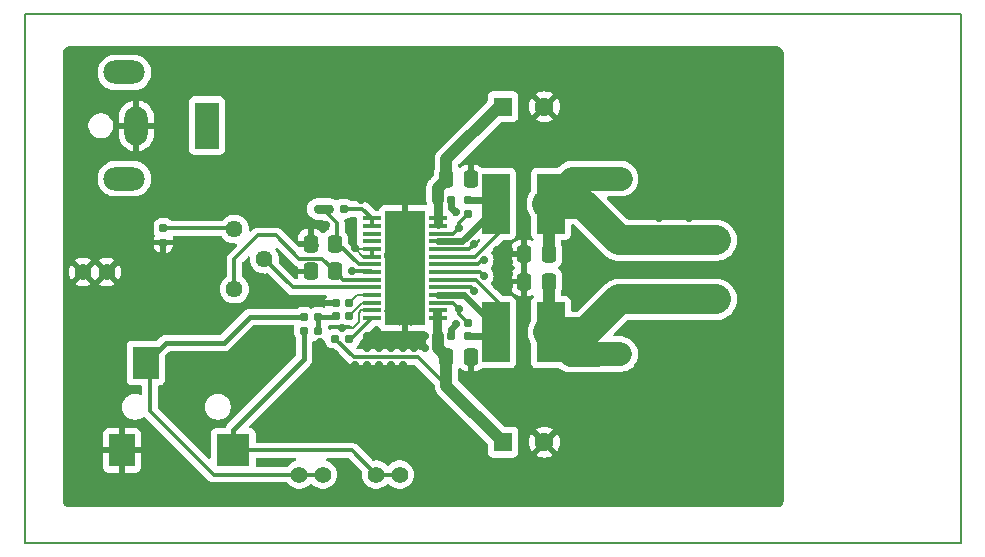
<source format=gbr>
%TF.GenerationSoftware,KiCad,Pcbnew,8.0.6*%
%TF.CreationDate,2024-10-24T21:34:22-07:00*%
%TF.ProjectId,PedalSynth,50656461-6c53-4796-9e74-682e6b696361,r1.0*%
%TF.SameCoordinates,Original*%
%TF.FileFunction,Copper,L1,Top*%
%TF.FilePolarity,Positive*%
%FSLAX46Y46*%
G04 Gerber Fmt 4.6, Leading zero omitted, Abs format (unit mm)*
G04 Created by KiCad (PCBNEW 8.0.6) date 2024-10-24 21:34:22*
%MOMM*%
%LPD*%
G01*
G04 APERTURE LIST*
G04 Aperture macros list*
%AMRoundRect*
0 Rectangle with rounded corners*
0 $1 Rounding radius*
0 $2 $3 $4 $5 $6 $7 $8 $9 X,Y pos of 4 corners*
0 Add a 4 corners polygon primitive as box body*
4,1,4,$2,$3,$4,$5,$6,$7,$8,$9,$2,$3,0*
0 Add four circle primitives for the rounded corners*
1,1,$1+$1,$2,$3*
1,1,$1+$1,$4,$5*
1,1,$1+$1,$6,$7*
1,1,$1+$1,$8,$9*
0 Add four rect primitives between the rounded corners*
20,1,$1+$1,$2,$3,$4,$5,0*
20,1,$1+$1,$4,$5,$6,$7,0*
20,1,$1+$1,$6,$7,$8,$9,0*
20,1,$1+$1,$8,$9,$2,$3,0*%
G04 Aperture macros list end*
%TA.AperFunction,NonConductor*%
%ADD10C,0.200000*%
%TD*%
%TA.AperFunction,ComponentPad*%
%ADD11C,1.400000*%
%TD*%
%TA.AperFunction,ComponentPad*%
%ADD12R,1.600000X1.600000*%
%TD*%
%TA.AperFunction,ComponentPad*%
%ADD13C,1.600000*%
%TD*%
%TA.AperFunction,SMDPad,CuDef*%
%ADD14R,1.600000X0.300000*%
%TD*%
%TA.AperFunction,ComponentPad*%
%ADD15C,0.800000*%
%TD*%
%TA.AperFunction,SMDPad,CuDef*%
%ADD16R,3.400000X9.700000*%
%TD*%
%TA.AperFunction,ComponentPad*%
%ADD17R,2.000000X4.000000*%
%TD*%
%TA.AperFunction,ComponentPad*%
%ADD18O,2.000000X3.300000*%
%TD*%
%TA.AperFunction,ComponentPad*%
%ADD19O,3.500000X2.000000*%
%TD*%
%TA.AperFunction,SMDPad,CuDef*%
%ADD20RoundRect,0.160000X-0.197500X-0.160000X0.197500X-0.160000X0.197500X0.160000X-0.197500X0.160000X0*%
%TD*%
%TA.AperFunction,SMDPad,CuDef*%
%ADD21RoundRect,0.155000X0.155000X-0.212500X0.155000X0.212500X-0.155000X0.212500X-0.155000X-0.212500X0*%
%TD*%
%TA.AperFunction,SMDPad,CuDef*%
%ADD22R,2.350000X5.100000*%
%TD*%
%TA.AperFunction,SMDPad,CuDef*%
%ADD23RoundRect,0.155000X-0.212500X-0.155000X0.212500X-0.155000X0.212500X0.155000X-0.212500X0.155000X0*%
%TD*%
%TA.AperFunction,ComponentPad*%
%ADD24C,1.440000*%
%TD*%
%TA.AperFunction,SMDPad,CuDef*%
%ADD25RoundRect,0.250000X-0.337500X-0.475000X0.337500X-0.475000X0.337500X0.475000X-0.337500X0.475000X0*%
%TD*%
%TA.AperFunction,SMDPad,CuDef*%
%ADD26RoundRect,0.160000X0.197500X0.160000X-0.197500X0.160000X-0.197500X-0.160000X0.197500X-0.160000X0*%
%TD*%
%TA.AperFunction,SMDPad,CuDef*%
%ADD27RoundRect,0.155000X0.212500X0.155000X-0.212500X0.155000X-0.212500X-0.155000X0.212500X-0.155000X0*%
%TD*%
%TA.AperFunction,ComponentPad*%
%ADD28C,1.950000*%
%TD*%
%TA.AperFunction,SMDPad,CuDef*%
%ADD29RoundRect,0.250000X0.337500X0.475000X-0.337500X0.475000X-0.337500X-0.475000X0.337500X-0.475000X0*%
%TD*%
%TA.AperFunction,SMDPad,CuDef*%
%ADD30RoundRect,0.155000X-0.155000X0.212500X-0.155000X-0.212500X0.155000X-0.212500X0.155000X0.212500X0*%
%TD*%
%TA.AperFunction,SMDPad,CuDef*%
%ADD31RoundRect,0.160000X0.160000X-0.197500X0.160000X0.197500X-0.160000X0.197500X-0.160000X-0.197500X0*%
%TD*%
%TA.AperFunction,SMDPad,CuDef*%
%ADD32R,2.200000X2.800000*%
%TD*%
%TA.AperFunction,SMDPad,CuDef*%
%ADD33R,2.800000X2.800000*%
%TD*%
%TA.AperFunction,ViaPad*%
%ADD34C,0.700000*%
%TD*%
%TA.AperFunction,Conductor*%
%ADD35C,0.300000*%
%TD*%
%TA.AperFunction,Conductor*%
%ADD36C,0.200000*%
%TD*%
%TA.AperFunction,Conductor*%
%ADD37C,0.600000*%
%TD*%
%TA.AperFunction,Conductor*%
%ADD38C,0.400000*%
%TD*%
%TA.AperFunction,Conductor*%
%ADD39C,2.500000*%
%TD*%
%TA.AperFunction,Conductor*%
%ADD40C,2.000000*%
%TD*%
%TA.AperFunction,Conductor*%
%ADD41C,1.000000*%
%TD*%
%TA.AperFunction,Conductor*%
%ADD42C,0.800000*%
%TD*%
G04 APERTURE END LIST*
D10*
X120850000Y-58050000D02*
X200100000Y-58050000D01*
X200100000Y-102800000D01*
X120850000Y-102800000D01*
X120850000Y-58050000D01*
D11*
%TO.P,TPSP2,1,1*%
%TO.N,/SPK-*%
X169275000Y-86825000D03*
X171275000Y-86825000D03*
%TD*%
D12*
%TO.P,C1,1*%
%TO.N,VCC*%
X161350000Y-65900000D03*
D13*
%TO.P,C1,2*%
%TO.N,GND*%
X164850000Y-65900000D03*
%TD*%
D11*
%TO.P,RING1,1,1*%
%TO.N,Net-(J1-PadR)*%
X144100000Y-97050000D03*
X146100000Y-97050000D03*
%TD*%
D14*
%TO.P,U1,1,SD*%
%TO.N,{slash}SHUTDOWN*%
X150250000Y-75350000D03*
%TO.P,U1,2,FAULT*%
X150250000Y-76000000D03*
%TO.P,U1,3,LINP*%
%TO.N,unconnected-(U1-LINP-Pad3)*%
X150250000Y-76650000D03*
%TO.P,U1,4,LINN*%
%TO.N,unconnected-(U1-LINN-Pad4)*%
X150250000Y-77300000D03*
%TO.P,U1,5,NC*%
%TO.N,GND*%
X150250000Y-77950000D03*
%TO.P,U1,6,NC*%
X150250000Y-78600000D03*
%TO.P,U1,7,AVCC*%
%TO.N,VCC*%
X150250000Y-79250000D03*
%TO.P,U1,8,GND-2*%
%TO.N,GND*%
X150250000Y-79900000D03*
%TO.P,U1,9,GVDD*%
%TO.N,/GVDD*%
X150250000Y-80550000D03*
%TO.P,U1,10,PLIMIT*%
%TO.N,Net-(U1-PLIMIT)*%
X150250000Y-81200000D03*
%TO.P,U1,11,RINN*%
%TO.N,/RINN*%
X150250000Y-81850000D03*
%TO.P,U1,12,RINP*%
%TO.N,/RINP*%
X150250000Y-82500000D03*
%TO.P,U1,13,NC*%
%TO.N,GND*%
X150250000Y-83150000D03*
%TO.P,U1,14,PBTL*%
%TO.N,Net-(U1-PBTL)*%
X150250000Y-83800000D03*
%TO.P,U1,15,PVCCR*%
%TO.N,VCC*%
X155850000Y-83800000D03*
%TO.P,U1,16,PVCCR*%
X155850000Y-83150000D03*
%TO.P,U1,17,BSPR*%
%TO.N,/BSNR*%
X155850000Y-82500000D03*
%TO.P,U1,18,OUTPR*%
%TO.N,/OUTPR*%
X155850000Y-81850000D03*
%TO.P,U1,19,GND-1*%
%TO.N,GND*%
X155850000Y-81200000D03*
%TO.P,U1,20,OUTNR*%
%TO.N,/OUTPR*%
X155850000Y-80550000D03*
%TO.P,U1,21,BSNR*%
%TO.N,/BSNR*%
X155850000Y-79900000D03*
%TO.P,U1,22,BSNL*%
%TO.N,/BSPL*%
X155850000Y-79250000D03*
%TO.P,U1,23,OUTNL*%
%TO.N,/OUTPL*%
X155850000Y-78600000D03*
%TO.P,U1,24,GND*%
%TO.N,GND*%
X155850000Y-77950000D03*
%TO.P,U1,25,OUTPL*%
%TO.N,/OUTPL*%
X155850000Y-77300000D03*
%TO.P,U1,26,BSPL*%
%TO.N,/BSPL*%
X155850000Y-76650000D03*
%TO.P,U1,27,PVCCL*%
%TO.N,VCC*%
X155850000Y-76000000D03*
%TO.P,U1,28,PVCCL*%
X155850000Y-75350000D03*
D15*
%TO.P,U1,29,PAD*%
%TO.N,GND*%
X152050000Y-75575000D03*
X152050000Y-76725000D03*
X152050000Y-77875000D03*
X152050000Y-79025000D03*
X152050000Y-80175000D03*
X152050000Y-81325000D03*
X152050000Y-82475000D03*
X152050000Y-83625000D03*
X153050000Y-75575000D03*
X153050000Y-76725000D03*
X153050000Y-77875000D03*
X153050000Y-79025000D03*
D16*
X153050000Y-79575000D03*
D15*
X153050000Y-80175000D03*
X153050000Y-81325000D03*
X153050000Y-82475000D03*
X153050000Y-83625000D03*
X154050000Y-75575000D03*
X154050000Y-76725000D03*
X154050000Y-77875000D03*
X154050000Y-79025000D03*
X154050000Y-80175000D03*
X154050000Y-81325000D03*
X154050000Y-82475000D03*
X154050000Y-83625000D03*
%TD*%
D17*
%TO.P,J3,1*%
%TO.N,VCC*%
X136300000Y-67500000D03*
D18*
%TO.P,J3,2*%
%TO.N,GND*%
X130300000Y-67500000D03*
D19*
%TO.P,J3,MP*%
%TO.N,N/C*%
X129300000Y-63000000D03*
X129300000Y-72000000D03*
%TD*%
D20*
%TO.P,R6,1*%
%TO.N,Net-(J1-PadT)*%
X144502500Y-84900000D03*
%TO.P,R6,2*%
%TO.N,AMPIN*%
X145697500Y-84900000D03*
%TD*%
D21*
%TO.P,C11,1*%
%TO.N,/BSPL*%
X158400000Y-74967500D03*
%TO.P,C11,2*%
%TO.N,/OUTPL*%
X158400000Y-73832500D03*
%TD*%
D22*
%TO.P,L1,1,1*%
%TO.N,/OUTPL*%
X160775000Y-74100000D03*
%TO.P,L1,2,2*%
%TO.N,/SPK+*%
X165425000Y-74100000D03*
%TD*%
D23*
%TO.P,C7,1*%
%TO.N,VCC*%
X155782500Y-85300000D03*
%TO.P,C7,2*%
%TO.N,GND*%
X156917500Y-85300000D03*
%TD*%
D24*
%TO.P,RV1,1,1*%
%TO.N,/GVDD*%
X138615000Y-81340000D03*
%TO.P,RV1,2,2*%
%TO.N,Net-(U1-PLIMIT)*%
X141155000Y-78800000D03*
%TO.P,RV1,3,3*%
%TO.N,Net-(R3-Pad2)*%
X138615000Y-76260000D03*
%TD*%
D25*
%TO.P,C4,1*%
%TO.N,VCC*%
X156562500Y-87050000D03*
%TO.P,C4,2*%
%TO.N,GND*%
X158637500Y-87050000D03*
%TD*%
D26*
%TO.P,R5,1*%
%TO.N,AMPIN*%
X145697500Y-83700000D03*
%TO.P,R5,2*%
%TO.N,Net-(J1-PadR)*%
X144502500Y-83700000D03*
%TD*%
D27*
%TO.P,C6,1*%
%TO.N,GND*%
X156985000Y-73800000D03*
%TO.P,C6,2*%
%TO.N,VCC*%
X155850000Y-73800000D03*
%TD*%
D28*
%TO.P,J2,1_1,1_1*%
%TO.N,/SPK-*%
X171200000Y-82200000D03*
%TO.P,J2,1_2,1_2*%
X179400000Y-82200000D03*
%TO.P,J2,2_1,2_1*%
%TO.N,/SPK+*%
X171200000Y-77200000D03*
%TO.P,J2,2_2,2_2*%
X179400000Y-77200000D03*
%TD*%
D29*
%TO.P,C14,1*%
%TO.N,/SPK-*%
X165237500Y-80700000D03*
%TO.P,C14,2*%
%TO.N,GND*%
X163162500Y-80700000D03*
%TD*%
D22*
%TO.P,L2,1,1*%
%TO.N,/OUTPR*%
X160775000Y-85000000D03*
%TO.P,L2,2,2*%
%TO.N,/SPK-*%
X165425000Y-85000000D03*
%TD*%
D20*
%TO.P,R1,1*%
%TO.N,VCC*%
X146655000Y-74550000D03*
%TO.P,R1,2*%
%TO.N,{slash}SHUTDOWN*%
X147850000Y-74550000D03*
%TD*%
D27*
%TO.P,C10,1*%
%TO.N,/RINN*%
X148317500Y-82550000D03*
%TO.P,C10,2*%
%TO.N,GND*%
X147182500Y-82550000D03*
%TD*%
D12*
%TO.P,C2,1*%
%TO.N,VCC*%
X161350000Y-94300000D03*
D13*
%TO.P,C2,2*%
%TO.N,GND*%
X164850000Y-94300000D03*
%TD*%
D30*
%TO.P,C12,1*%
%TO.N,/BSNR*%
X158400000Y-84182500D03*
%TO.P,C12,2*%
%TO.N,/OUTPR*%
X158400000Y-85317500D03*
%TD*%
D11*
%TO.P,GND1,1,1*%
%TO.N,GND*%
X125800000Y-79900000D03*
X127800000Y-79900000D03*
%TD*%
D29*
%TO.P,C13,1*%
%TO.N,/SPK+*%
X165237500Y-78400000D03*
%TO.P,C13,2*%
%TO.N,GND*%
X163162500Y-78400000D03*
%TD*%
D11*
%TO.P,SLEEVE1,1,1*%
%TO.N,Net-(J1-PadT)*%
X150600000Y-97050000D03*
X152600000Y-97050000D03*
%TD*%
D31*
%TO.P,R3,1*%
%TO.N,GND*%
X132600000Y-77397500D03*
%TO.P,R3,2*%
%TO.N,Net-(R3-Pad2)*%
X132600000Y-76202500D03*
%TD*%
D32*
%TO.P,J1,R*%
%TO.N,Net-(J1-PadR)*%
X131100000Y-87600000D03*
%TO.P,J1,S*%
%TO.N,GND*%
X129100000Y-95000000D03*
D33*
%TO.P,J1,T*%
%TO.N,Net-(J1-PadT)*%
X138500000Y-95000000D03*
%TD*%
D11*
%TO.P,TPSP1,1,1*%
%TO.N,/SPK+*%
X169300000Y-72000000D03*
X171300000Y-72000000D03*
%TD*%
D29*
%TO.P,C3,1*%
%TO.N,GND*%
X158637500Y-72050000D03*
%TO.P,C3,2*%
%TO.N,VCC*%
X156562500Y-72050000D03*
%TD*%
D20*
%TO.P,R2,1*%
%TO.N,VCC*%
X147155000Y-85550000D03*
%TO.P,R2,2*%
%TO.N,Net-(U1-PBTL)*%
X148350000Y-85550000D03*
%TD*%
D25*
%TO.P,C9,1*%
%TO.N,GND*%
X145062500Y-79850000D03*
%TO.P,C9,2*%
%TO.N,/GVDD*%
X147137500Y-79850000D03*
%TD*%
D29*
%TO.P,C5,1*%
%TO.N,VCC*%
X147137500Y-77500000D03*
%TO.P,C5,2*%
%TO.N,GND*%
X145062500Y-77500000D03*
%TD*%
D27*
%TO.P,C8,1*%
%TO.N,/RINP*%
X148317500Y-83600000D03*
%TO.P,C8,2*%
%TO.N,AMPIN*%
X147182500Y-83600000D03*
%TD*%
D34*
%TO.N,GND*%
X182100000Y-70300000D03*
X169600000Y-97800000D03*
X184600000Y-80300000D03*
X172100000Y-92800000D03*
X153350000Y-70800000D03*
X182100000Y-80300000D03*
X153850000Y-90800000D03*
X136100000Y-63800000D03*
X158600000Y-98800000D03*
X151850000Y-91800000D03*
X133100000Y-63800000D03*
X147850000Y-87800000D03*
X152350000Y-70800000D03*
X155350000Y-68800000D03*
X154350000Y-72800000D03*
X160350000Y-89800000D03*
X148350000Y-69800000D03*
X154350000Y-70800000D03*
X153350000Y-68800000D03*
X152850000Y-85300000D03*
X160350000Y-88800000D03*
X152850000Y-86300000D03*
X150350000Y-67850000D03*
X156850000Y-92800000D03*
X148850000Y-92800000D03*
X184600000Y-85300000D03*
X174600000Y-67800000D03*
X153850000Y-91800000D03*
X177100000Y-72800000D03*
X153850000Y-89800000D03*
X142100000Y-62800000D03*
X152850000Y-88800000D03*
X151350000Y-71800000D03*
X147850000Y-89800000D03*
X147850000Y-91800000D03*
X151350000Y-70800000D03*
X182100000Y-75300000D03*
X158850000Y-70300000D03*
X142100000Y-98800000D03*
X162100000Y-62800000D03*
X150850000Y-89800000D03*
X164600000Y-70300000D03*
X166600000Y-94300000D03*
X151350000Y-67850000D03*
X158350000Y-88800000D03*
X144175000Y-68900000D03*
X147850000Y-90800000D03*
X174600000Y-70300000D03*
X164850000Y-92550000D03*
X179600000Y-70300000D03*
X134100000Y-89800000D03*
X154850000Y-91800000D03*
X149850000Y-86300000D03*
X129600000Y-97800000D03*
X156100000Y-98800000D03*
X167100000Y-62800000D03*
X149350000Y-70800000D03*
X155850000Y-90800000D03*
X129600000Y-82800000D03*
X161850000Y-80050000D03*
X151350000Y-72800000D03*
X132900000Y-65700000D03*
X150350000Y-68800000D03*
X174600000Y-72800000D03*
X131200000Y-77400000D03*
X163500000Y-67200000D03*
X156100000Y-96800000D03*
X144325000Y-75875000D03*
X148850000Y-88800000D03*
X179600000Y-87800000D03*
X145850000Y-88800000D03*
X154350000Y-69800000D03*
X134600000Y-97800000D03*
X169600000Y-92800000D03*
X131900000Y-65600000D03*
X184600000Y-70300000D03*
X152350000Y-72800000D03*
X150350000Y-72800000D03*
X164850000Y-96050000D03*
X154600000Y-62800000D03*
X164900000Y-67700000D03*
X184600000Y-67800000D03*
X184600000Y-77800000D03*
X125600000Y-63800000D03*
X139600000Y-62800000D03*
X148350000Y-71800000D03*
X139600000Y-98800000D03*
X127100000Y-65300000D03*
X133300000Y-67500000D03*
X172100000Y-67800000D03*
X151850000Y-88800000D03*
X179600000Y-72800000D03*
X161850000Y-78050000D03*
X153350000Y-73800000D03*
X133300000Y-66600000D03*
X149850000Y-88800000D03*
X166200000Y-67100000D03*
X141850000Y-69300000D03*
X151850000Y-92800000D03*
X132600000Y-78800000D03*
X169600000Y-67800000D03*
X153350000Y-69800000D03*
X158901041Y-81498959D03*
X153850000Y-88800000D03*
X150850000Y-88800000D03*
X132100000Y-82800000D03*
X177100000Y-85300000D03*
X172100000Y-90300000D03*
X149600000Y-62800000D03*
X150850000Y-87800000D03*
X152850000Y-92800000D03*
X146325000Y-75875000D03*
X154756497Y-85300000D03*
X151350000Y-73800000D03*
X182100000Y-85300000D03*
X144600000Y-62800000D03*
X143100000Y-86050000D03*
X155850000Y-91800000D03*
X153350000Y-72800000D03*
X153850000Y-86300000D03*
X154350000Y-73800000D03*
X127100000Y-97800000D03*
X177100000Y-75300000D03*
X148850000Y-89800000D03*
X150850000Y-90800000D03*
X133300000Y-68400000D03*
X129600000Y-80300000D03*
X125600000Y-71300000D03*
X147750000Y-84650000D03*
X148850000Y-91800000D03*
X149350000Y-71800000D03*
X154350000Y-71800000D03*
X149350000Y-73800000D03*
X179600000Y-67800000D03*
X159850000Y-70300000D03*
X152850000Y-91800000D03*
X152350000Y-68800000D03*
X132300000Y-68400000D03*
X151850000Y-89800000D03*
X177100000Y-87800000D03*
X148100000Y-98800000D03*
X148350000Y-70800000D03*
X151350000Y-68800000D03*
X164800000Y-64100000D03*
X166100000Y-93050000D03*
X158900000Y-77550000D03*
X161850000Y-79050000D03*
X150350000Y-71800000D03*
X147100000Y-86800000D03*
X149350000Y-69800000D03*
X167100000Y-90300000D03*
X147850000Y-88800000D03*
X160850000Y-81050000D03*
X166100000Y-95550000D03*
X169600000Y-90300000D03*
X177100000Y-67800000D03*
X152350000Y-73800000D03*
X149850000Y-89800000D03*
X174600000Y-90300000D03*
X151350000Y-69800000D03*
X148800000Y-77900000D03*
X149850000Y-92800000D03*
X145800000Y-82380000D03*
X174600000Y-87800000D03*
X177100000Y-70300000D03*
X159850000Y-69300000D03*
X152850000Y-90800000D03*
X150350000Y-69800000D03*
X149850000Y-87800000D03*
X152350000Y-71800000D03*
X154850000Y-89800000D03*
X160850000Y-70300000D03*
X161850000Y-81050000D03*
X126850000Y-95050000D03*
X177100000Y-90300000D03*
X163600000Y-93050000D03*
X162100000Y-98800000D03*
X151850000Y-86300000D03*
X149850000Y-85300000D03*
X184600000Y-87800000D03*
X148350000Y-72800000D03*
X167100000Y-97800000D03*
X148600000Y-76050000D03*
X151850000Y-87800000D03*
X160850000Y-80050000D03*
X153350000Y-71800000D03*
X146850000Y-89800000D03*
X132100000Y-97800000D03*
X150850000Y-91800000D03*
X166100000Y-64400000D03*
X125600000Y-65800000D03*
X131350000Y-95050000D03*
X152100000Y-62800000D03*
X148600000Y-79850000D03*
X150850000Y-85300000D03*
X159350000Y-89800000D03*
X149850000Y-91800000D03*
X179600000Y-92050000D03*
X182100000Y-67800000D03*
X153850000Y-85300000D03*
X127100000Y-77800000D03*
X174600000Y-75300000D03*
X137100000Y-98800000D03*
X132100000Y-80300000D03*
X182100000Y-82800000D03*
X157100000Y-62800000D03*
X152850000Y-87800000D03*
X149350000Y-68800000D03*
X146850000Y-88800000D03*
X150350000Y-73800000D03*
X146850000Y-90800000D03*
X127100000Y-86800000D03*
X127100000Y-70300000D03*
X145325000Y-75875000D03*
X184600000Y-75300000D03*
X147350000Y-70800000D03*
X154350000Y-67850000D03*
X151850000Y-90800000D03*
X142350000Y-96050000D03*
X145850000Y-85800000D03*
X154850000Y-92800000D03*
X154756497Y-86300000D03*
X159350000Y-88800000D03*
X160850000Y-78050000D03*
X139600000Y-70300000D03*
X154350000Y-68800000D03*
X143000000Y-79200000D03*
X163600000Y-64500000D03*
X164600000Y-98800000D03*
X148850000Y-87800000D03*
X174600000Y-92800000D03*
X148850000Y-90800000D03*
X132300000Y-67500000D03*
X157350000Y-84300000D03*
X131900000Y-69400000D03*
X131100000Y-84800000D03*
X129100000Y-92550000D03*
X132300000Y-66600000D03*
X150850000Y-92800000D03*
X177100000Y-92800000D03*
X184600000Y-82800000D03*
X149850000Y-90800000D03*
X156850000Y-91800000D03*
X152850000Y-89800000D03*
X158600000Y-96800000D03*
X145850000Y-87800000D03*
X152350000Y-69800000D03*
X144325000Y-74875000D03*
X154850000Y-90800000D03*
X132900000Y-69350000D03*
X174600000Y-85300000D03*
X166700000Y-65500000D03*
X155850000Y-92800000D03*
X179600000Y-85300000D03*
X182100000Y-77800000D03*
X145850000Y-89800000D03*
X147350000Y-71800000D03*
X163600000Y-95550000D03*
X127100000Y-90300000D03*
X149350000Y-72800000D03*
X129600000Y-77800000D03*
X125600000Y-69300000D03*
X169600000Y-95300000D03*
X150850000Y-86300000D03*
X157350000Y-74800000D03*
X151850000Y-85300000D03*
X160850000Y-79050000D03*
X182100000Y-87800000D03*
X155350000Y-67850000D03*
X150350000Y-70800000D03*
X147100000Y-62800000D03*
X145850000Y-86800000D03*
X146850000Y-87800000D03*
X153850000Y-92800000D03*
X144850000Y-88800000D03*
%TO.N,VCC*%
X145650000Y-74550000D03*
%TO.N,/BSPL*%
X159700000Y-78900000D03*
X157600000Y-76200000D03*
%TO.N,/BSNR*%
X159700000Y-80200000D03*
X157650000Y-83050000D03*
%TD*%
D35*
%TO.N,GND*%
X158500000Y-77950000D02*
X155850000Y-77950000D01*
D36*
X145062500Y-79650000D02*
X145062500Y-79850000D01*
X145062500Y-79750000D02*
X145062500Y-79850000D01*
X149350000Y-83150000D02*
X150250000Y-83150000D01*
X148850000Y-77950000D02*
X148800000Y-77900000D01*
X148650000Y-84650000D02*
X149150000Y-84150000D01*
X144817500Y-79505000D02*
X145062500Y-79750000D01*
X149150000Y-84150000D02*
X149150000Y-83350000D01*
D35*
X150200000Y-79850000D02*
X150250000Y-79900000D01*
D36*
X149150000Y-83350000D02*
X149350000Y-83150000D01*
D35*
X150250000Y-77950000D02*
X150250000Y-78600000D01*
D37*
X156985000Y-73800000D02*
X156985000Y-74435000D01*
D36*
X145117500Y-79795000D02*
X145062500Y-79850000D01*
X145117500Y-79605000D02*
X145117500Y-79795000D01*
X144917500Y-79505000D02*
X145062500Y-79650000D01*
X149500000Y-78600000D02*
X148800000Y-77900000D01*
D35*
X158901041Y-81498959D02*
X158602082Y-81200000D01*
D36*
X145217500Y-79605000D02*
X145217500Y-79695000D01*
X150250000Y-77950000D02*
X148850000Y-77950000D01*
D37*
X145312500Y-77800000D02*
X145462500Y-77650000D01*
D35*
X158602082Y-81200000D02*
X155850000Y-81200000D01*
D36*
X150250000Y-78600000D02*
X149500000Y-78600000D01*
D37*
X156985000Y-74435000D02*
X157350000Y-74800000D01*
D35*
X148550000Y-79850000D02*
X150200000Y-79850000D01*
D36*
X147750000Y-84650000D02*
X148650000Y-84650000D01*
D35*
X158900000Y-77550000D02*
X158500000Y-77950000D01*
D37*
X156917500Y-84732500D02*
X157350000Y-84300000D01*
X156917500Y-85300000D02*
X156917500Y-84732500D01*
D36*
X145217500Y-79695000D02*
X145062500Y-79850000D01*
%TO.N,/RINP*%
X148317500Y-83600000D02*
X149417500Y-82500000D01*
X149417500Y-82500000D02*
X150250000Y-82500000D01*
D38*
%TO.N,AMPIN*%
X145697500Y-83700000D02*
X147082500Y-83700000D01*
X145697500Y-84900000D02*
X145697500Y-83700000D01*
X147082500Y-83700000D02*
X147182500Y-83600000D01*
D36*
%TO.N,/RINN*%
X148317500Y-82550000D02*
X149017500Y-81850000D01*
X149017500Y-81850000D02*
X150250000Y-81850000D01*
D35*
%TO.N,Net-(J1-PadR)*%
X136850000Y-97050000D02*
X144100000Y-97050000D01*
D38*
X139900000Y-83700000D02*
X137700000Y-85900000D01*
X132800000Y-85900000D02*
X131100000Y-87600000D01*
X144502500Y-83700000D02*
X139900000Y-83700000D01*
D35*
X131450000Y-91650000D02*
X136850000Y-97050000D01*
X144100000Y-97050000D02*
X146100000Y-97050000D01*
X131100000Y-87600000D02*
X131450000Y-87950000D01*
X131450000Y-87950000D02*
X131450000Y-91650000D01*
D38*
X137700000Y-85900000D02*
X132800000Y-85900000D01*
%TO.N,Net-(J1-PadT)*%
X144502500Y-84900000D02*
X144502500Y-87297500D01*
X138500000Y-93300000D02*
X138500000Y-95000000D01*
X144502500Y-87297500D02*
X138500000Y-93300000D01*
D35*
X150600000Y-97050000D02*
X148550000Y-95000000D01*
X150600000Y-97050000D02*
X152600000Y-97050000D01*
X148550000Y-95000000D02*
X138500000Y-95000000D01*
%TO.N,{slash}SHUTDOWN*%
X149450000Y-74550000D02*
X150250000Y-75350000D01*
X150250000Y-75350000D02*
X150250000Y-76000000D01*
X147850000Y-74550000D02*
X149450000Y-74550000D01*
%TO.N,/GVDD*%
X147837500Y-80550000D02*
X150250000Y-80550000D01*
X140600000Y-76800000D02*
X142143209Y-76800000D01*
X138615000Y-78785000D02*
X140600000Y-76800000D01*
X146062500Y-78775000D02*
X147137500Y-79850000D01*
X147137500Y-79850000D02*
X147837500Y-80550000D01*
X138615000Y-81340000D02*
X138615000Y-78785000D01*
X142143209Y-76800000D02*
X144118209Y-78775000D01*
X144118209Y-78775000D02*
X146062500Y-78775000D01*
%TO.N,Net-(U1-PBTL)*%
X148500000Y-85550000D02*
X150250000Y-83800000D01*
X148350000Y-85550000D02*
X148500000Y-85550000D01*
%TO.N,Net-(U1-PLIMIT)*%
X141155000Y-78800000D02*
X143555000Y-81200000D01*
X143555000Y-81200000D02*
X150250000Y-81200000D01*
D39*
%TO.N,/SPK+*%
X171200000Y-77200000D02*
X179400000Y-77200000D01*
D40*
X169300000Y-72000000D02*
X167200000Y-72000000D01*
D39*
X165100000Y-74100000D02*
X168100000Y-74100000D01*
D41*
X165237500Y-78400000D02*
X165237500Y-74237500D01*
D39*
X168100000Y-74100000D02*
X171200000Y-77200000D01*
D40*
X167200000Y-72000000D02*
X165100000Y-74100000D01*
X171300000Y-72000000D02*
X169300000Y-72000000D01*
D41*
X165237500Y-74237500D02*
X165100000Y-74100000D01*
D40*
%TO.N,/SPK-*%
X171275000Y-86850000D02*
X169275000Y-86850000D01*
D41*
X165237500Y-84962500D02*
X165200000Y-85000000D01*
X165237500Y-80700000D02*
X165237500Y-84962500D01*
D39*
X165200000Y-85000000D02*
X168400000Y-85000000D01*
X168400000Y-85000000D02*
X171200000Y-82200000D01*
D40*
X167100000Y-86900000D02*
X165200000Y-85000000D01*
X169300000Y-86900000D02*
X167100000Y-86900000D01*
D39*
X171200000Y-82200000D02*
X179400000Y-82200000D01*
D35*
%TO.N,VCC*%
X146089950Y-74550000D02*
X145650000Y-74550000D01*
D41*
X156562500Y-87050000D02*
X155806497Y-86293997D01*
X161000000Y-65900000D02*
X161350000Y-65900000D01*
D35*
X158910050Y-91850000D02*
X158910050Y-91860050D01*
D42*
X155782500Y-85300000D02*
X155782500Y-83350000D01*
D35*
X149150000Y-79250000D02*
X150250000Y-79250000D01*
D41*
X156562500Y-87050000D02*
X156562500Y-89512500D01*
D35*
X148705000Y-87100000D02*
X154160050Y-87100000D01*
D41*
X155850000Y-72784925D02*
X156562500Y-72072425D01*
D35*
X147400000Y-77500000D02*
X149150000Y-79250000D01*
D41*
X155850000Y-73800000D02*
X155850000Y-72784925D01*
D35*
X147300000Y-75760050D02*
X146089950Y-74550000D01*
D41*
X156562500Y-89512500D02*
X161350000Y-94300000D01*
D35*
X147155000Y-85550000D02*
X148705000Y-87100000D01*
D41*
X156562500Y-70337500D02*
X161000000Y-65900000D01*
X155806497Y-86293997D02*
X155806497Y-85323997D01*
X156562500Y-72050000D02*
X156562500Y-70337500D01*
D35*
X147300000Y-77337500D02*
X147300000Y-75760050D01*
X154160050Y-87100000D02*
X158910050Y-91850000D01*
X158910050Y-91860050D02*
X161350000Y-94300000D01*
D36*
X155850000Y-76000000D02*
X155850000Y-75350000D01*
D35*
X147137500Y-77500000D02*
X147300000Y-77337500D01*
D42*
X155850000Y-73800000D02*
X155850000Y-75800000D01*
D41*
X156562500Y-72072425D02*
X156562500Y-72050000D01*
D35*
X147137500Y-77500000D02*
X147400000Y-77500000D01*
D42*
X146655000Y-74550000D02*
X145650000Y-74550000D01*
D35*
%TO.N,/OUTPL*%
X160900000Y-76710050D02*
X160900000Y-74100000D01*
D37*
X157900000Y-77300000D02*
X160900000Y-74300000D01*
X155850000Y-77300000D02*
X157900000Y-77300000D01*
X160900000Y-74300000D02*
X160900000Y-74100000D01*
D35*
X159010050Y-78600000D02*
X160900000Y-76710050D01*
D37*
X160632500Y-73832500D02*
X160900000Y-74100000D01*
X158400000Y-73832500D02*
X160632500Y-73832500D01*
D35*
X155850000Y-78600000D02*
X159010050Y-78600000D01*
%TO.N,/BSPL*%
X155850000Y-76650000D02*
X157150000Y-76650000D01*
X157600000Y-75767500D02*
X158400000Y-74967500D01*
X157150000Y-76650000D02*
X157600000Y-76200000D01*
X157600000Y-76200000D02*
X157600000Y-75767500D01*
X159700000Y-78900000D02*
X159610050Y-78900000D01*
X159610050Y-78900000D02*
X159260050Y-79250000D01*
X159260050Y-79250000D02*
X155850000Y-79250000D01*
%TO.N,/BSNR*%
X157100000Y-82500000D02*
X157650000Y-83050000D01*
X159700000Y-80200000D02*
X159400000Y-79900000D01*
X157650000Y-83050000D02*
X157650000Y-83432500D01*
X155850000Y-82500000D02*
X157100000Y-82500000D01*
X159400000Y-79900000D02*
X155850000Y-79900000D01*
X157650000Y-83432500D02*
X158400000Y-84182500D01*
D37*
%TO.N,/OUTPR*%
X161000000Y-84800000D02*
X161000000Y-85000000D01*
X158400000Y-85317500D02*
X160682500Y-85317500D01*
D35*
X161000000Y-82489950D02*
X161000000Y-85000000D01*
X155850000Y-80550000D02*
X159060050Y-80550000D01*
X159060050Y-80550000D02*
X161000000Y-82489950D01*
D37*
X158050000Y-81850000D02*
X161000000Y-84800000D01*
D41*
X160500000Y-84050000D02*
X161000000Y-84550000D01*
D37*
X155850000Y-81850000D02*
X158050000Y-81850000D01*
X160682500Y-85317500D02*
X161000000Y-85000000D01*
D41*
X161000000Y-84550000D02*
X161000000Y-85000000D01*
D35*
%TO.N,Net-(R3-Pad2)*%
X132600000Y-76202500D02*
X138557500Y-76202500D01*
X138557500Y-76202500D02*
X138615000Y-76260000D01*
%TD*%
%TA.AperFunction,Conductor*%
%TO.N,GND*%
G36*
X143792966Y-95670185D02*
G01*
X143838721Y-95722989D01*
X143848665Y-95792147D01*
X143819640Y-95855703D01*
X143770721Y-95890127D01*
X143770065Y-95890381D01*
X143770060Y-95890382D01*
X143598693Y-95956769D01*
X143562601Y-95970752D01*
X143562595Y-95970754D01*
X143373439Y-96087874D01*
X143373437Y-96087876D01*
X143209025Y-96237757D01*
X143209021Y-96237761D01*
X143124091Y-96350227D01*
X143067982Y-96391863D01*
X143025137Y-96399500D01*
X140524500Y-96399500D01*
X140457461Y-96379815D01*
X140411706Y-96327011D01*
X140400500Y-96275500D01*
X140400500Y-95774500D01*
X140420185Y-95707461D01*
X140472989Y-95661706D01*
X140524500Y-95650500D01*
X143725927Y-95650500D01*
X143792966Y-95670185D01*
G37*
%TD.AperFunction*%
%TA.AperFunction,Conductor*%
G36*
X143617486Y-84420185D02*
G01*
X143663241Y-84472989D01*
X143673185Y-84542147D01*
X143668834Y-84561383D01*
X143652488Y-84613838D01*
X143650547Y-84620070D01*
X143644500Y-84686621D01*
X143644500Y-85113388D01*
X143650546Y-85179926D01*
X143650548Y-85179933D01*
X143698265Y-85333066D01*
X143698267Y-85333070D01*
X143784117Y-85475084D01*
X143802000Y-85539233D01*
X143802000Y-86955980D01*
X143782315Y-87023019D01*
X143765681Y-87043661D01*
X137955888Y-92853453D01*
X137955887Y-92853454D01*
X137879224Y-92968189D01*
X137856540Y-93022954D01*
X137812698Y-93077357D01*
X137746403Y-93099421D01*
X137741979Y-93099500D01*
X137052129Y-93099500D01*
X137052123Y-93099501D01*
X136992516Y-93105908D01*
X136857671Y-93156202D01*
X136857664Y-93156206D01*
X136742455Y-93242452D01*
X136742452Y-93242455D01*
X136656206Y-93357664D01*
X136656202Y-93357671D01*
X136605908Y-93492517D01*
X136599501Y-93552116D01*
X136599501Y-93552123D01*
X136599500Y-93552135D01*
X136599500Y-95580192D01*
X136579815Y-95647231D01*
X136527011Y-95692986D01*
X136457853Y-95702930D01*
X136394297Y-95673905D01*
X136387819Y-95667873D01*
X132136819Y-91416873D01*
X132103334Y-91355550D01*
X132100500Y-91329192D01*
X132100500Y-91213389D01*
X136099500Y-91213389D01*
X136099500Y-91386611D01*
X136126598Y-91557701D01*
X136180127Y-91722445D01*
X136258768Y-91876788D01*
X136360586Y-92016928D01*
X136483072Y-92139414D01*
X136623212Y-92241232D01*
X136777555Y-92319873D01*
X136942299Y-92373402D01*
X137113389Y-92400500D01*
X137113390Y-92400500D01*
X137286610Y-92400500D01*
X137286611Y-92400500D01*
X137457701Y-92373402D01*
X137622445Y-92319873D01*
X137776788Y-92241232D01*
X137916928Y-92139414D01*
X138039414Y-92016928D01*
X138141232Y-91876788D01*
X138219873Y-91722445D01*
X138273402Y-91557701D01*
X138300500Y-91386611D01*
X138300500Y-91213389D01*
X138273402Y-91042299D01*
X138219873Y-90877555D01*
X138141232Y-90723212D01*
X138039414Y-90583072D01*
X137916928Y-90460586D01*
X137776788Y-90358768D01*
X137643251Y-90290728D01*
X137622447Y-90280128D01*
X137622446Y-90280127D01*
X137622445Y-90280127D01*
X137457701Y-90226598D01*
X137457699Y-90226597D01*
X137457698Y-90226597D01*
X137326271Y-90205781D01*
X137286611Y-90199500D01*
X137113389Y-90199500D01*
X137073728Y-90205781D01*
X136942302Y-90226597D01*
X136777552Y-90280128D01*
X136623211Y-90358768D01*
X136600500Y-90375269D01*
X136483072Y-90460586D01*
X136483070Y-90460588D01*
X136483069Y-90460588D01*
X136360588Y-90583069D01*
X136360588Y-90583070D01*
X136360586Y-90583072D01*
X136316859Y-90643256D01*
X136258768Y-90723211D01*
X136180128Y-90877552D01*
X136126597Y-91042302D01*
X136099500Y-91213389D01*
X132100500Y-91213389D01*
X132100500Y-89624499D01*
X132120185Y-89557460D01*
X132172989Y-89511705D01*
X132224500Y-89500499D01*
X132247871Y-89500499D01*
X132247872Y-89500499D01*
X132307483Y-89494091D01*
X132442331Y-89443796D01*
X132557546Y-89357546D01*
X132643796Y-89242331D01*
X132694091Y-89107483D01*
X132700500Y-89047873D01*
X132700499Y-87041518D01*
X132720184Y-86974480D01*
X132736818Y-86953838D01*
X133053838Y-86636819D01*
X133115161Y-86603334D01*
X133141519Y-86600500D01*
X137768996Y-86600500D01*
X137860040Y-86582389D01*
X137904328Y-86573580D01*
X137968069Y-86547177D01*
X138031807Y-86520777D01*
X138031808Y-86520776D01*
X138031811Y-86520775D01*
X138146543Y-86444114D01*
X140153838Y-84436819D01*
X140215161Y-84403334D01*
X140241519Y-84400500D01*
X143550447Y-84400500D01*
X143617486Y-84420185D01*
G37*
%TD.AperFunction*%
%TA.AperFunction,Conductor*%
G36*
X147813122Y-84343936D02*
G01*
X147834224Y-84356416D01*
X147842596Y-84361368D01*
X147842600Y-84361370D01*
X147842601Y-84361370D01*
X147842603Y-84361371D01*
X148001637Y-84407575D01*
X148001640Y-84407575D01*
X148001642Y-84407576D01*
X148038797Y-84410500D01*
X148420192Y-84410499D01*
X148487230Y-84430183D01*
X148532985Y-84482987D01*
X148542929Y-84552146D01*
X148513904Y-84615701D01*
X148507872Y-84622180D01*
X148436871Y-84693181D01*
X148375548Y-84726666D01*
X148349190Y-84729500D01*
X148099111Y-84729500D01*
X148032573Y-84735546D01*
X148032566Y-84735548D01*
X147879433Y-84783265D01*
X147879429Y-84783267D01*
X147816649Y-84821219D01*
X147749094Y-84839055D01*
X147688351Y-84821219D01*
X147625570Y-84783267D01*
X147625566Y-84783265D01*
X147472433Y-84735548D01*
X147472435Y-84735548D01*
X147445812Y-84733128D01*
X147405881Y-84729500D01*
X147405878Y-84729500D01*
X146904111Y-84729500D01*
X146837573Y-84735546D01*
X146837572Y-84735546D01*
X146714084Y-84774026D01*
X146644224Y-84775176D01*
X146584832Y-84738375D01*
X146554764Y-84675306D01*
X146553704Y-84666860D01*
X146549453Y-84620074D01*
X146549452Y-84620070D01*
X146549452Y-84620067D01*
X146531166Y-84561388D01*
X146530017Y-84491529D01*
X146566818Y-84432137D01*
X146629887Y-84402069D01*
X146649553Y-84400500D01*
X146824638Y-84400500D01*
X146859230Y-84405423D01*
X146866635Y-84407574D01*
X146866642Y-84407576D01*
X146903797Y-84410500D01*
X147461202Y-84410499D01*
X147498358Y-84407576D01*
X147657400Y-84361370D01*
X147686877Y-84343936D01*
X147754599Y-84326752D01*
X147813122Y-84343936D01*
G37*
%TD.AperFunction*%
%TA.AperFunction,Conductor*%
G36*
X157309574Y-84019124D02*
G01*
X157337830Y-84040276D01*
X157553181Y-84255627D01*
X157586666Y-84316950D01*
X157589500Y-84343308D01*
X157589500Y-84438382D01*
X157569815Y-84505421D01*
X157517011Y-84551176D01*
X157447853Y-84561120D01*
X157402377Y-84545113D01*
X157392195Y-84539091D01*
X157233283Y-84492922D01*
X157233277Y-84492921D01*
X157196157Y-84490000D01*
X157118683Y-84490000D01*
X157051644Y-84470315D01*
X157005889Y-84417511D01*
X156995945Y-84348353D01*
X157019417Y-84291689D01*
X157093793Y-84192335D01*
X157093792Y-84192335D01*
X157093796Y-84192331D01*
X157133968Y-84084623D01*
X157175837Y-84028691D01*
X157241301Y-84004273D01*
X157309574Y-84019124D01*
G37*
%TD.AperFunction*%
%TA.AperFunction,Conductor*%
G36*
X142286180Y-77863997D02*
G01*
X142296438Y-77873175D01*
X143703534Y-79280272D01*
X143703537Y-79280275D01*
X143703540Y-79280277D01*
X143770462Y-79324992D01*
X143810082Y-79351465D01*
X143875478Y-79378553D01*
X143898452Y-79388069D01*
X143952856Y-79431909D01*
X143974921Y-79498203D01*
X143975000Y-79502630D01*
X143975000Y-79600000D01*
X144812500Y-79600000D01*
X144812500Y-79549500D01*
X144832185Y-79482461D01*
X144884989Y-79436706D01*
X144936500Y-79425500D01*
X145188500Y-79425500D01*
X145255539Y-79445185D01*
X145301294Y-79497989D01*
X145312500Y-79549500D01*
X145312500Y-79976000D01*
X145292815Y-80043039D01*
X145240011Y-80088794D01*
X145188500Y-80100000D01*
X143975001Y-80100000D01*
X143975001Y-80374981D01*
X143976566Y-80390303D01*
X143963793Y-80458995D01*
X143915910Y-80509877D01*
X143848120Y-80526795D01*
X143781944Y-80504376D01*
X143765526Y-80490580D01*
X142396122Y-79121176D01*
X142362637Y-79059853D01*
X142361811Y-79018205D01*
X142361077Y-79018141D01*
X142361550Y-79012741D01*
X142373080Y-78880949D01*
X142380162Y-78800001D01*
X142380162Y-78799998D01*
X142371413Y-78700000D01*
X142361549Y-78587253D01*
X142306276Y-78380970D01*
X142216021Y-78187419D01*
X142164119Y-78113294D01*
X142107182Y-78031979D01*
X142084855Y-77965772D01*
X142101866Y-77898005D01*
X142152814Y-77850193D01*
X142221524Y-77837515D01*
X142286180Y-77863997D01*
G37*
%TD.AperFunction*%
%TA.AperFunction,Conductor*%
G36*
X150343039Y-77970184D02*
G01*
X150388794Y-78022988D01*
X150400000Y-78074499D01*
X150400000Y-78475500D01*
X150380315Y-78542539D01*
X150327511Y-78588294D01*
X150276000Y-78599500D01*
X150224000Y-78599500D01*
X150156961Y-78579815D01*
X150111206Y-78527011D01*
X150100000Y-78475500D01*
X150100000Y-78074499D01*
X150119685Y-78007460D01*
X150172489Y-77961705D01*
X150223997Y-77950499D01*
X150276001Y-77950499D01*
X150343039Y-77970184D01*
G37*
%TD.AperFunction*%
%TA.AperFunction,Conductor*%
G36*
X148892539Y-75220185D02*
G01*
X148938294Y-75272989D01*
X148949500Y-75324499D01*
X148949500Y-75547869D01*
X148949501Y-75547876D01*
X148955909Y-75607484D01*
X148964929Y-75631670D01*
X148969911Y-75701361D01*
X148964929Y-75718330D01*
X148955910Y-75742512D01*
X148955909Y-75742515D01*
X148955909Y-75742517D01*
X148949500Y-75802127D01*
X148949500Y-75802134D01*
X148949500Y-75802135D01*
X148949500Y-76197870D01*
X148949501Y-76197876D01*
X148955909Y-76257484D01*
X148964929Y-76281670D01*
X148969911Y-76351361D01*
X148964929Y-76368330D01*
X148955910Y-76392512D01*
X148955909Y-76392515D01*
X148955909Y-76392517D01*
X148949500Y-76452127D01*
X148949500Y-76452134D01*
X148949500Y-76452135D01*
X148949500Y-76847870D01*
X148949501Y-76847876D01*
X148955909Y-76907484D01*
X148964929Y-76931670D01*
X148969911Y-77001361D01*
X148964929Y-77018330D01*
X148955910Y-77042512D01*
X148955909Y-77042515D01*
X148955909Y-77042517D01*
X148949500Y-77102127D01*
X148949500Y-77102134D01*
X148949500Y-77102135D01*
X148949500Y-77497870D01*
X148949501Y-77497876D01*
X148955908Y-77557481D01*
X148965196Y-77582383D01*
X148970179Y-77652074D01*
X148965196Y-77669044D01*
X148956402Y-77692623D01*
X148956401Y-77692624D01*
X148950000Y-77752155D01*
X148950000Y-77830692D01*
X148930315Y-77897731D01*
X148877511Y-77943486D01*
X148808353Y-77953430D01*
X148744797Y-77924405D01*
X148738319Y-77918373D01*
X148261818Y-77441872D01*
X148228333Y-77380549D01*
X148225499Y-77354191D01*
X148225499Y-76974998D01*
X148225498Y-76974981D01*
X148214999Y-76872203D01*
X148214998Y-76872200D01*
X148176984Y-76757482D01*
X148159814Y-76705666D01*
X148067712Y-76556344D01*
X147986819Y-76475451D01*
X147953334Y-76414128D01*
X147950500Y-76387770D01*
X147950500Y-75695978D01*
X147925502Y-75570311D01*
X147925501Y-75570310D01*
X147925501Y-75570306D01*
X147913755Y-75541950D01*
X147906287Y-75472483D01*
X147937562Y-75410004D01*
X147997650Y-75374351D01*
X148028317Y-75370499D01*
X148100888Y-75370499D01*
X148167426Y-75364453D01*
X148167427Y-75364452D01*
X148167433Y-75364452D01*
X148320569Y-75316733D01*
X148435459Y-75247280D01*
X148457829Y-75233757D01*
X148457831Y-75233755D01*
X148457835Y-75233753D01*
X148457838Y-75233749D01*
X148463734Y-75229131D01*
X148465266Y-75231086D01*
X148516092Y-75203334D01*
X148542450Y-75200500D01*
X148825500Y-75200500D01*
X148892539Y-75220185D01*
G37*
%TD.AperFunction*%
%TA.AperFunction,Conductor*%
G36*
X159345823Y-77088766D02*
G01*
X159361922Y-77096118D01*
X159365458Y-77098049D01*
X159363827Y-77101035D01*
X159406597Y-77133023D01*
X159431043Y-77198476D01*
X159416222Y-77266756D01*
X159395044Y-77295058D01*
X158776923Y-77913181D01*
X158715600Y-77946666D01*
X158689242Y-77949500D01*
X158681941Y-77949500D01*
X158614902Y-77929815D01*
X158569147Y-77877011D01*
X158559203Y-77807853D01*
X158588228Y-77744297D01*
X158594260Y-77737819D01*
X159102401Y-77229676D01*
X159214811Y-77117265D01*
X159276132Y-77083782D01*
X159345823Y-77088766D01*
G37*
%TD.AperFunction*%
%TA.AperFunction,Conductor*%
G36*
X157178039Y-73569685D02*
G01*
X157223794Y-73622489D01*
X157235000Y-73674000D01*
X157235000Y-74610000D01*
X157263642Y-74610000D01*
X157263657Y-74609999D01*
X157300777Y-74607078D01*
X157300783Y-74607077D01*
X157430905Y-74569273D01*
X157500774Y-74569472D01*
X157559444Y-74607414D01*
X157588288Y-74671052D01*
X157589500Y-74688349D01*
X157589500Y-74806691D01*
X157569815Y-74873730D01*
X157553181Y-74894372D01*
X157337830Y-75109722D01*
X157276507Y-75143207D01*
X157206815Y-75138223D01*
X157150882Y-75096351D01*
X157133967Y-75065373D01*
X157093798Y-74957673D01*
X157093793Y-74957664D01*
X157007547Y-74842455D01*
X157007544Y-74842452D01*
X156892335Y-74756206D01*
X156892328Y-74756202D01*
X156831167Y-74733391D01*
X156775233Y-74691520D01*
X156750816Y-74626056D01*
X156750500Y-74617209D01*
X156750500Y-74265098D01*
X156759939Y-74217646D01*
X156786712Y-74153007D01*
X156812051Y-74091835D01*
X156845337Y-73924497D01*
X156850500Y-73898543D01*
X156850500Y-73674000D01*
X156870185Y-73606961D01*
X156922989Y-73561206D01*
X156974500Y-73550000D01*
X157111000Y-73550000D01*
X157178039Y-73569685D01*
G37*
%TD.AperFunction*%
%TA.AperFunction,Conductor*%
G36*
X184602021Y-60800066D02*
G01*
X184606710Y-60800218D01*
X184651282Y-60801673D01*
X184679325Y-60805831D01*
X184776403Y-60831843D01*
X184806301Y-60844227D01*
X184891558Y-60893450D01*
X184917237Y-60913155D01*
X184986844Y-60982762D01*
X185006550Y-61008443D01*
X185055770Y-61093694D01*
X185068158Y-61123601D01*
X185094167Y-61220670D01*
X185098326Y-61248717D01*
X185099934Y-61297975D01*
X185100000Y-61302021D01*
X185100000Y-99297978D01*
X185099934Y-99302024D01*
X185098326Y-99351282D01*
X185094167Y-99379329D01*
X185068158Y-99476398D01*
X185055770Y-99506305D01*
X185006550Y-99591556D01*
X184986844Y-99617237D01*
X184917237Y-99686844D01*
X184891556Y-99706550D01*
X184806305Y-99755770D01*
X184776398Y-99768158D01*
X184679329Y-99794167D01*
X184651282Y-99798326D01*
X184606973Y-99799772D01*
X184602020Y-99799934D01*
X184597978Y-99800000D01*
X124602022Y-99800000D01*
X124597979Y-99799934D01*
X124592688Y-99799761D01*
X124548717Y-99798326D01*
X124520670Y-99794167D01*
X124423601Y-99768158D01*
X124393694Y-99755770D01*
X124308443Y-99706550D01*
X124282762Y-99686844D01*
X124213155Y-99617237D01*
X124193449Y-99591556D01*
X124144227Y-99506301D01*
X124131843Y-99476403D01*
X124105831Y-99379325D01*
X124101673Y-99351282D01*
X124100066Y-99302021D01*
X124100000Y-99297978D01*
X124100000Y-96447844D01*
X127500000Y-96447844D01*
X127506401Y-96507372D01*
X127506403Y-96507379D01*
X127556645Y-96642086D01*
X127556649Y-96642093D01*
X127642809Y-96757187D01*
X127642812Y-96757190D01*
X127757906Y-96843350D01*
X127757913Y-96843354D01*
X127892620Y-96893596D01*
X127892627Y-96893598D01*
X127952155Y-96899999D01*
X127952172Y-96900000D01*
X128850000Y-96900000D01*
X129350000Y-96900000D01*
X130247828Y-96900000D01*
X130247844Y-96899999D01*
X130307372Y-96893598D01*
X130307379Y-96893596D01*
X130442086Y-96843354D01*
X130442093Y-96843350D01*
X130557187Y-96757190D01*
X130557190Y-96757187D01*
X130643350Y-96642093D01*
X130643354Y-96642086D01*
X130693596Y-96507379D01*
X130693598Y-96507372D01*
X130699999Y-96447844D01*
X130700000Y-96447827D01*
X130700000Y-95250000D01*
X129350000Y-95250000D01*
X129350000Y-96900000D01*
X128850000Y-96900000D01*
X128850000Y-95250000D01*
X127500000Y-95250000D01*
X127500000Y-96447844D01*
X124100000Y-96447844D01*
X124100000Y-93552155D01*
X127500000Y-93552155D01*
X127500000Y-94750000D01*
X128850000Y-94750000D01*
X129350000Y-94750000D01*
X130700000Y-94750000D01*
X130700000Y-93552172D01*
X130699999Y-93552155D01*
X130693598Y-93492627D01*
X130693596Y-93492620D01*
X130643354Y-93357913D01*
X130643350Y-93357906D01*
X130557190Y-93242812D01*
X130557187Y-93242809D01*
X130442093Y-93156649D01*
X130442086Y-93156645D01*
X130307379Y-93106403D01*
X130307372Y-93106401D01*
X130247844Y-93100000D01*
X129350000Y-93100000D01*
X129350000Y-94750000D01*
X128850000Y-94750000D01*
X128850000Y-93100000D01*
X127952155Y-93100000D01*
X127892627Y-93106401D01*
X127892620Y-93106403D01*
X127757913Y-93156645D01*
X127757906Y-93156649D01*
X127642812Y-93242809D01*
X127642809Y-93242812D01*
X127556649Y-93357906D01*
X127556645Y-93357913D01*
X127506403Y-93492620D01*
X127506401Y-93492627D01*
X127500000Y-93552155D01*
X124100000Y-93552155D01*
X124100000Y-91213389D01*
X129099500Y-91213389D01*
X129099500Y-91386611D01*
X129126598Y-91557701D01*
X129180127Y-91722445D01*
X129258768Y-91876788D01*
X129360586Y-92016928D01*
X129483072Y-92139414D01*
X129623212Y-92241232D01*
X129777555Y-92319873D01*
X129942299Y-92373402D01*
X130113389Y-92400500D01*
X130113390Y-92400500D01*
X130286610Y-92400500D01*
X130286611Y-92400500D01*
X130457701Y-92373402D01*
X130622445Y-92319873D01*
X130776788Y-92241232D01*
X130890640Y-92158513D01*
X130956444Y-92135034D01*
X131024498Y-92150859D01*
X131051205Y-92171151D01*
X136435324Y-97555271D01*
X136435331Y-97555277D01*
X136541871Y-97626464D01*
X136541870Y-97626464D01*
X136576544Y-97640826D01*
X136660256Y-97675501D01*
X136660260Y-97675501D01*
X136660261Y-97675502D01*
X136785928Y-97700500D01*
X136785931Y-97700500D01*
X143025137Y-97700500D01*
X143092176Y-97720185D01*
X143124091Y-97749773D01*
X143209018Y-97862235D01*
X143209021Y-97862238D01*
X143209025Y-97862242D01*
X143373437Y-98012123D01*
X143373439Y-98012125D01*
X143562595Y-98129245D01*
X143562596Y-98129245D01*
X143562599Y-98129247D01*
X143770060Y-98209618D01*
X143988757Y-98250500D01*
X143988759Y-98250500D01*
X144211241Y-98250500D01*
X144211243Y-98250500D01*
X144429940Y-98209618D01*
X144637401Y-98129247D01*
X144826562Y-98012124D01*
X144990981Y-97862236D01*
X145001046Y-97848906D01*
X145057153Y-97807271D01*
X145126865Y-97802578D01*
X145188047Y-97836319D01*
X145198948Y-97848900D01*
X145209019Y-97862236D01*
X145209022Y-97862239D01*
X145209025Y-97862242D01*
X145373437Y-98012123D01*
X145373439Y-98012125D01*
X145562595Y-98129245D01*
X145562596Y-98129245D01*
X145562599Y-98129247D01*
X145770060Y-98209618D01*
X145988757Y-98250500D01*
X145988759Y-98250500D01*
X146211241Y-98250500D01*
X146211243Y-98250500D01*
X146429940Y-98209618D01*
X146637401Y-98129247D01*
X146826562Y-98012124D01*
X146966282Y-97884751D01*
X146990979Y-97862238D01*
X146990982Y-97862235D01*
X147125058Y-97684689D01*
X147224229Y-97485528D01*
X147285115Y-97271536D01*
X147305643Y-97050000D01*
X147285115Y-96828464D01*
X147224229Y-96614472D01*
X147170903Y-96507379D01*
X147125061Y-96415316D01*
X147125056Y-96415308D01*
X146990979Y-96237761D01*
X146826562Y-96087876D01*
X146826560Y-96087874D01*
X146637404Y-95970754D01*
X146637398Y-95970752D01*
X146429940Y-95890382D01*
X146429934Y-95890381D01*
X146429279Y-95890127D01*
X146373878Y-95847554D01*
X146350287Y-95781787D01*
X146365998Y-95713707D01*
X146416022Y-95664928D01*
X146474073Y-95650500D01*
X148229192Y-95650500D01*
X148296231Y-95670185D01*
X148316873Y-95686819D01*
X149377424Y-96747370D01*
X149410909Y-96808693D01*
X149413214Y-96846492D01*
X149394357Y-97049998D01*
X149394357Y-97050000D01*
X149414884Y-97271535D01*
X149414885Y-97271537D01*
X149475769Y-97485523D01*
X149475775Y-97485538D01*
X149574938Y-97684683D01*
X149574943Y-97684691D01*
X149709020Y-97862238D01*
X149873437Y-98012123D01*
X149873439Y-98012125D01*
X150062595Y-98129245D01*
X150062596Y-98129245D01*
X150062599Y-98129247D01*
X150270060Y-98209618D01*
X150488757Y-98250500D01*
X150488759Y-98250500D01*
X150711241Y-98250500D01*
X150711243Y-98250500D01*
X150929940Y-98209618D01*
X151137401Y-98129247D01*
X151326562Y-98012124D01*
X151490981Y-97862236D01*
X151501046Y-97848906D01*
X151557153Y-97807271D01*
X151626865Y-97802578D01*
X151688047Y-97836319D01*
X151698948Y-97848900D01*
X151709019Y-97862236D01*
X151709022Y-97862239D01*
X151709025Y-97862242D01*
X151873437Y-98012123D01*
X151873439Y-98012125D01*
X152062595Y-98129245D01*
X152062596Y-98129245D01*
X152062599Y-98129247D01*
X152270060Y-98209618D01*
X152488757Y-98250500D01*
X152488759Y-98250500D01*
X152711241Y-98250500D01*
X152711243Y-98250500D01*
X152929940Y-98209618D01*
X153137401Y-98129247D01*
X153326562Y-98012124D01*
X153466282Y-97884751D01*
X153490979Y-97862238D01*
X153490982Y-97862235D01*
X153625058Y-97684689D01*
X153724229Y-97485528D01*
X153785115Y-97271536D01*
X153805643Y-97050000D01*
X153785115Y-96828464D01*
X153724229Y-96614472D01*
X153670903Y-96507379D01*
X153625061Y-96415316D01*
X153625056Y-96415308D01*
X153490979Y-96237761D01*
X153326562Y-96087876D01*
X153326560Y-96087874D01*
X153137404Y-95970754D01*
X153137398Y-95970752D01*
X152929940Y-95890382D01*
X152711243Y-95849500D01*
X152488757Y-95849500D01*
X152270060Y-95890382D01*
X152138864Y-95941207D01*
X152062601Y-95970752D01*
X152062595Y-95970754D01*
X151873439Y-96087874D01*
X151873437Y-96087876D01*
X151709019Y-96237762D01*
X151698953Y-96251093D01*
X151642844Y-96292728D01*
X151573132Y-96297419D01*
X151511950Y-96263676D01*
X151501047Y-96251093D01*
X151490980Y-96237762D01*
X151326562Y-96087876D01*
X151326560Y-96087874D01*
X151137404Y-95970754D01*
X151137398Y-95970752D01*
X150929940Y-95890382D01*
X150711243Y-95849500D01*
X150488757Y-95849500D01*
X150455574Y-95855703D01*
X150410358Y-95864155D01*
X150340843Y-95857123D01*
X150299893Y-95829947D01*
X148964674Y-94494727D01*
X148964673Y-94494726D01*
X148964669Y-94494723D01*
X148858127Y-94423535D01*
X148739744Y-94374499D01*
X148739738Y-94374497D01*
X148614071Y-94349500D01*
X148614069Y-94349500D01*
X140524499Y-94349500D01*
X140457460Y-94329815D01*
X140411705Y-94277011D01*
X140400499Y-94225500D01*
X140400499Y-93552129D01*
X140400498Y-93552123D01*
X140400497Y-93552116D01*
X140394091Y-93492517D01*
X140379027Y-93452129D01*
X140343797Y-93357671D01*
X140343793Y-93357664D01*
X140257547Y-93242455D01*
X140257544Y-93242452D01*
X140142335Y-93156206D01*
X140142328Y-93156202D01*
X140007483Y-93105908D01*
X139973765Y-93102283D01*
X139909214Y-93075544D01*
X139869368Y-93018150D01*
X139866876Y-92948325D01*
X139899340Y-92891315D01*
X145046614Y-87744043D01*
X145123275Y-87629311D01*
X145136298Y-87597872D01*
X145176078Y-87501832D01*
X145176080Y-87501828D01*
X145203000Y-87366494D01*
X145203000Y-87228506D01*
X145203000Y-85827796D01*
X145222685Y-85760757D01*
X145275489Y-85715002D01*
X145344647Y-85705058D01*
X145363886Y-85709410D01*
X145380067Y-85714452D01*
X145446619Y-85720500D01*
X145948380Y-85720499D01*
X145948388Y-85720499D01*
X146014926Y-85714453D01*
X146014927Y-85714452D01*
X146014933Y-85714452D01*
X146138414Y-85675974D01*
X146208274Y-85674822D01*
X146267666Y-85711623D01*
X146297734Y-85774692D01*
X146298795Y-85783137D01*
X146303046Y-85829927D01*
X146303048Y-85829933D01*
X146350765Y-85983066D01*
X146350767Y-85983070D01*
X146433742Y-86120329D01*
X146433746Y-86120334D01*
X146547165Y-86233753D01*
X146547170Y-86233757D01*
X146684429Y-86316732D01*
X146684433Y-86316734D01*
X146738600Y-86333612D01*
X146837567Y-86364452D01*
X146904119Y-86370500D01*
X147004191Y-86370499D01*
X147071229Y-86390183D01*
X147091872Y-86406818D01*
X148290325Y-87605272D01*
X148290328Y-87605275D01*
X148368465Y-87657484D01*
X148368464Y-87657484D01*
X148389794Y-87671735D01*
X148396873Y-87676465D01*
X148515256Y-87725501D01*
X148515260Y-87725501D01*
X148515261Y-87725502D01*
X148640928Y-87750500D01*
X148640931Y-87750500D01*
X153839242Y-87750500D01*
X153906281Y-87770185D01*
X153926923Y-87786819D01*
X155525681Y-89385577D01*
X155559166Y-89446900D01*
X155562000Y-89473258D01*
X155562000Y-89611041D01*
X155562000Y-89611043D01*
X155561999Y-89611043D01*
X155600447Y-89804329D01*
X155600450Y-89804339D01*
X155675864Y-89986407D01*
X155675871Y-89986420D01*
X155785359Y-90150280D01*
X155785360Y-90150281D01*
X155785361Y-90150282D01*
X155924718Y-90289639D01*
X155924719Y-90289639D01*
X155931786Y-90296706D01*
X155931785Y-90296706D01*
X155931789Y-90296709D01*
X160013181Y-94378102D01*
X160046666Y-94439425D01*
X160049500Y-94465783D01*
X160049500Y-95147870D01*
X160049501Y-95147876D01*
X160055908Y-95207483D01*
X160106202Y-95342328D01*
X160106206Y-95342335D01*
X160192452Y-95457544D01*
X160192455Y-95457547D01*
X160307664Y-95543793D01*
X160307671Y-95543797D01*
X160442517Y-95594091D01*
X160442516Y-95594091D01*
X160449444Y-95594835D01*
X160502127Y-95600500D01*
X162197872Y-95600499D01*
X162257483Y-95594091D01*
X162392331Y-95543796D01*
X162507546Y-95457546D01*
X162593796Y-95342331D01*
X162644091Y-95207483D01*
X162650500Y-95147873D01*
X162650499Y-94299997D01*
X163545034Y-94299997D01*
X163545034Y-94300002D01*
X163564858Y-94526599D01*
X163564860Y-94526610D01*
X163623730Y-94746317D01*
X163623735Y-94746331D01*
X163719863Y-94952478D01*
X163770974Y-95025472D01*
X164450000Y-94346446D01*
X164450000Y-94352661D01*
X164477259Y-94454394D01*
X164529920Y-94545606D01*
X164604394Y-94620080D01*
X164695606Y-94672741D01*
X164797339Y-94700000D01*
X164803553Y-94700000D01*
X164124526Y-95379025D01*
X164197513Y-95430132D01*
X164197521Y-95430136D01*
X164403668Y-95526264D01*
X164403682Y-95526269D01*
X164623389Y-95585139D01*
X164623400Y-95585141D01*
X164849998Y-95604966D01*
X164850002Y-95604966D01*
X165076599Y-95585141D01*
X165076610Y-95585139D01*
X165296317Y-95526269D01*
X165296331Y-95526264D01*
X165502478Y-95430136D01*
X165575471Y-95379024D01*
X164896447Y-94700000D01*
X164902661Y-94700000D01*
X165004394Y-94672741D01*
X165095606Y-94620080D01*
X165170080Y-94545606D01*
X165222741Y-94454394D01*
X165250000Y-94352661D01*
X165250000Y-94346447D01*
X165929024Y-95025471D01*
X165980136Y-94952478D01*
X166076264Y-94746331D01*
X166076269Y-94746317D01*
X166135139Y-94526610D01*
X166135141Y-94526599D01*
X166154966Y-94300002D01*
X166154966Y-94299997D01*
X166135141Y-94073400D01*
X166135139Y-94073389D01*
X166076269Y-93853682D01*
X166076264Y-93853668D01*
X165980136Y-93647521D01*
X165980132Y-93647513D01*
X165929025Y-93574526D01*
X165250000Y-94253551D01*
X165250000Y-94247339D01*
X165222741Y-94145606D01*
X165170080Y-94054394D01*
X165095606Y-93979920D01*
X165004394Y-93927259D01*
X164902661Y-93900000D01*
X164896448Y-93900000D01*
X165575472Y-93220974D01*
X165502478Y-93169863D01*
X165296331Y-93073735D01*
X165296317Y-93073730D01*
X165076610Y-93014860D01*
X165076599Y-93014858D01*
X164850002Y-92995034D01*
X164849998Y-92995034D01*
X164623400Y-93014858D01*
X164623389Y-93014860D01*
X164403682Y-93073730D01*
X164403673Y-93073734D01*
X164197516Y-93169866D01*
X164197512Y-93169868D01*
X164124526Y-93220973D01*
X164124526Y-93220974D01*
X164803553Y-93900000D01*
X164797339Y-93900000D01*
X164695606Y-93927259D01*
X164604394Y-93979920D01*
X164529920Y-94054394D01*
X164477259Y-94145606D01*
X164450000Y-94247339D01*
X164450000Y-94253552D01*
X163770974Y-93574526D01*
X163770973Y-93574526D01*
X163719868Y-93647512D01*
X163719866Y-93647516D01*
X163623734Y-93853673D01*
X163623730Y-93853682D01*
X163564860Y-94073389D01*
X163564858Y-94073400D01*
X163545034Y-94299997D01*
X162650499Y-94299997D01*
X162650499Y-93452128D01*
X162644091Y-93392517D01*
X162631094Y-93357671D01*
X162593797Y-93257671D01*
X162593793Y-93257664D01*
X162507547Y-93142455D01*
X162507544Y-93142452D01*
X162392335Y-93056206D01*
X162392328Y-93056202D01*
X162257482Y-93005908D01*
X162257483Y-93005908D01*
X162197883Y-92999501D01*
X162197881Y-92999500D01*
X162197873Y-92999500D01*
X162197865Y-92999500D01*
X161515783Y-92999500D01*
X161448744Y-92979815D01*
X161428102Y-92963181D01*
X157599319Y-89134398D01*
X157565834Y-89073075D01*
X157563000Y-89046717D01*
X157563000Y-88148023D01*
X157582685Y-88080984D01*
X157635489Y-88035229D01*
X157704647Y-88025285D01*
X157768203Y-88054310D01*
X157774681Y-88060342D01*
X157831654Y-88117315D01*
X157980875Y-88209356D01*
X157980880Y-88209358D01*
X158147302Y-88264505D01*
X158147309Y-88264506D01*
X158250019Y-88274999D01*
X158387499Y-88274999D01*
X158387500Y-88274998D01*
X158387500Y-86924000D01*
X158407185Y-86856961D01*
X158459989Y-86811206D01*
X158511500Y-86800000D01*
X158763500Y-86800000D01*
X158830539Y-86819685D01*
X158876294Y-86872489D01*
X158887500Y-86924000D01*
X158887500Y-88274999D01*
X159024972Y-88274999D01*
X159024986Y-88274998D01*
X159127697Y-88264505D01*
X159294119Y-88209358D01*
X159294124Y-88209356D01*
X159443344Y-88117316D01*
X159473839Y-88086820D01*
X159535162Y-88053334D01*
X159561513Y-88050499D01*
X161997872Y-88050499D01*
X162057483Y-88044091D01*
X162192331Y-87993796D01*
X162307546Y-87907546D01*
X162393796Y-87792331D01*
X162444091Y-87657483D01*
X162450500Y-87597873D01*
X162450499Y-82402128D01*
X162444091Y-82342517D01*
X162435575Y-82319685D01*
X162393797Y-82207671D01*
X162393793Y-82207664D01*
X162307547Y-82092455D01*
X162307544Y-82092452D01*
X162192335Y-82006206D01*
X162192328Y-82006202D01*
X162057482Y-81955908D01*
X162057483Y-81955908D01*
X161997883Y-81949501D01*
X161997881Y-81949500D01*
X161997873Y-81949500D01*
X161997865Y-81949500D01*
X161430858Y-81949500D01*
X161363819Y-81929815D01*
X161343177Y-81913181D01*
X160654982Y-81224986D01*
X162075001Y-81224986D01*
X162085494Y-81327697D01*
X162140641Y-81494119D01*
X162140643Y-81494124D01*
X162232684Y-81643345D01*
X162356654Y-81767315D01*
X162505875Y-81859356D01*
X162505880Y-81859358D01*
X162672302Y-81914505D01*
X162672309Y-81914506D01*
X162775019Y-81924999D01*
X162912499Y-81924999D01*
X162912500Y-81924998D01*
X162912500Y-80950000D01*
X162075001Y-80950000D01*
X162075001Y-81224986D01*
X160654982Y-81224986D01*
X160352258Y-80922262D01*
X160318773Y-80860939D01*
X160323757Y-80791247D01*
X160347790Y-80751608D01*
X160349238Y-80750000D01*
X160391859Y-80702665D01*
X160481250Y-80547835D01*
X160536497Y-80377803D01*
X160555185Y-80200000D01*
X160552559Y-80175013D01*
X162075000Y-80175013D01*
X162075000Y-80450000D01*
X162912500Y-80450000D01*
X162912500Y-78650000D01*
X162075001Y-78650000D01*
X162075001Y-78924986D01*
X162085494Y-79027697D01*
X162140641Y-79194119D01*
X162140643Y-79194124D01*
X162232684Y-79343345D01*
X162351658Y-79462319D01*
X162385143Y-79523642D01*
X162380159Y-79593334D01*
X162351658Y-79637681D01*
X162232684Y-79756654D01*
X162140643Y-79905875D01*
X162140641Y-79905880D01*
X162085494Y-80072302D01*
X162085493Y-80072309D01*
X162075000Y-80175013D01*
X160552559Y-80175013D01*
X160536497Y-80022197D01*
X160494873Y-79894091D01*
X160481252Y-79852170D01*
X160481249Y-79852164D01*
X160461295Y-79817602D01*
X160391859Y-79697335D01*
X160333905Y-79632971D01*
X160303676Y-79569981D01*
X160312301Y-79500646D01*
X160333906Y-79467028D01*
X160338146Y-79462319D01*
X160391859Y-79402665D01*
X160481250Y-79247835D01*
X160536497Y-79077803D01*
X160555185Y-78900000D01*
X160536497Y-78722197D01*
X160492989Y-78588294D01*
X160481252Y-78552170D01*
X160481249Y-78552164D01*
X160462050Y-78518911D01*
X160391859Y-78397335D01*
X160347788Y-78348389D01*
X160317559Y-78285399D01*
X160326183Y-78216064D01*
X160352254Y-78177740D01*
X160654981Y-77875013D01*
X162075000Y-77875013D01*
X162075000Y-78150000D01*
X162912500Y-78150000D01*
X162912500Y-77175000D01*
X162775027Y-77175000D01*
X162775012Y-77175001D01*
X162672302Y-77185494D01*
X162505880Y-77240641D01*
X162505875Y-77240643D01*
X162356654Y-77332684D01*
X162232684Y-77456654D01*
X162140643Y-77605875D01*
X162140641Y-77605880D01*
X162085494Y-77772302D01*
X162085493Y-77772309D01*
X162075000Y-77875013D01*
X160654981Y-77875013D01*
X161343177Y-77186818D01*
X161404500Y-77153333D01*
X161430858Y-77150499D01*
X161997871Y-77150499D01*
X161997872Y-77150499D01*
X162057483Y-77144091D01*
X162192331Y-77093796D01*
X162307546Y-77007546D01*
X162393796Y-76892331D01*
X162444091Y-76757483D01*
X162450500Y-76697873D01*
X162450499Y-73985258D01*
X163349500Y-73985258D01*
X163349500Y-74214741D01*
X163369653Y-74367809D01*
X163379452Y-74442238D01*
X163413491Y-74569273D01*
X163438842Y-74663887D01*
X163526650Y-74875876D01*
X163526657Y-74875891D01*
X163641385Y-75074607D01*
X163641389Y-75074612D01*
X163723876Y-75182112D01*
X163749070Y-75247280D01*
X163749500Y-75257597D01*
X163749500Y-76697870D01*
X163749501Y-76697876D01*
X163755908Y-76757483D01*
X163806202Y-76892328D01*
X163806206Y-76892335D01*
X163892452Y-77007544D01*
X163892453Y-77007545D01*
X163892454Y-77007546D01*
X163899343Y-77012703D01*
X163941215Y-77068636D01*
X163946199Y-77138328D01*
X163912714Y-77199651D01*
X163851391Y-77233136D01*
X163786030Y-77229676D01*
X163652700Y-77185495D01*
X163652690Y-77185493D01*
X163549986Y-77175000D01*
X163412500Y-77175000D01*
X163412500Y-81924999D01*
X163549972Y-81924999D01*
X163549986Y-81924998D01*
X163652695Y-81914506D01*
X163786028Y-81870323D01*
X163855857Y-81867921D01*
X163915899Y-81903652D01*
X163947092Y-81966173D01*
X163939532Y-82035632D01*
X163899348Y-82087293D01*
X163892452Y-82092455D01*
X163806206Y-82207664D01*
X163806202Y-82207671D01*
X163755908Y-82342517D01*
X163750800Y-82390032D01*
X163749501Y-82402123D01*
X163749500Y-82402135D01*
X163749500Y-83978113D01*
X163732887Y-84040113D01*
X163626657Y-84224108D01*
X163626650Y-84224123D01*
X163538842Y-84436112D01*
X163523620Y-84492922D01*
X163489552Y-84620070D01*
X163479453Y-84657759D01*
X163479451Y-84657770D01*
X163449500Y-84885258D01*
X163449500Y-85114741D01*
X163471156Y-85279222D01*
X163479452Y-85342238D01*
X163491298Y-85386447D01*
X163538842Y-85563887D01*
X163626650Y-85775876D01*
X163626657Y-85775891D01*
X163732887Y-85959886D01*
X163749500Y-86021886D01*
X163749500Y-87597870D01*
X163749501Y-87597876D01*
X163755908Y-87657483D01*
X163806202Y-87792328D01*
X163806206Y-87792335D01*
X163892452Y-87907544D01*
X163892455Y-87907547D01*
X164007664Y-87993793D01*
X164007671Y-87993797D01*
X164142517Y-88044091D01*
X164142516Y-88044091D01*
X164149444Y-88044835D01*
X164202127Y-88050500D01*
X166090432Y-88050499D01*
X166157471Y-88070184D01*
X166163316Y-88074180D01*
X166244748Y-88133343D01*
X166313567Y-88183343D01*
X166412991Y-88234002D01*
X166524003Y-88290566D01*
X166524005Y-88290566D01*
X166524008Y-88290568D01*
X166644412Y-88329689D01*
X166748631Y-88363553D01*
X166981903Y-88400500D01*
X166981908Y-88400500D01*
X169418097Y-88400500D01*
X169531184Y-88382588D01*
X169651368Y-88363553D01*
X169651373Y-88363551D01*
X169651375Y-88363551D01*
X169672861Y-88356570D01*
X169711181Y-88350500D01*
X171393097Y-88350500D01*
X171626368Y-88313553D01*
X171697114Y-88290566D01*
X171850992Y-88240568D01*
X172061433Y-88133343D01*
X172252510Y-87994517D01*
X172419517Y-87827510D01*
X172558343Y-87636433D01*
X172665568Y-87425992D01*
X172738553Y-87201368D01*
X172775500Y-86968097D01*
X172775500Y-86731902D01*
X172738553Y-86498631D01*
X172694955Y-86364451D01*
X172665568Y-86274008D01*
X172665566Y-86274005D01*
X172665566Y-86274003D01*
X172587267Y-86120334D01*
X172558343Y-86063567D01*
X172419517Y-85872490D01*
X172252510Y-85705483D01*
X172061433Y-85566657D01*
X172055997Y-85563887D01*
X171850996Y-85459433D01*
X171626368Y-85386446D01*
X171393097Y-85349500D01*
X171393092Y-85349500D01*
X170825443Y-85349500D01*
X170758404Y-85329815D01*
X170712649Y-85277011D01*
X170702705Y-85207853D01*
X170731730Y-85144297D01*
X170737762Y-85137819D01*
X171888762Y-83986819D01*
X171950085Y-83953334D01*
X171976443Y-83950500D01*
X179514727Y-83950500D01*
X179514734Y-83950500D01*
X179742238Y-83920548D01*
X179963887Y-83861158D01*
X180175888Y-83773344D01*
X180374612Y-83658611D01*
X180556661Y-83518919D01*
X180556665Y-83518914D01*
X180556670Y-83518911D01*
X180718911Y-83356670D01*
X180718914Y-83356665D01*
X180718919Y-83356661D01*
X180858611Y-83174612D01*
X180973344Y-82975888D01*
X181061158Y-82763887D01*
X181120548Y-82542238D01*
X181150500Y-82314734D01*
X181150500Y-82085266D01*
X181120548Y-81857762D01*
X181061158Y-81636113D01*
X180985016Y-81452291D01*
X180973349Y-81424123D01*
X180973346Y-81424117D01*
X180973344Y-81424112D01*
X180858611Y-81225388D01*
X180858608Y-81225385D01*
X180858607Y-81225382D01*
X180718918Y-81043338D01*
X180718911Y-81043330D01*
X180556670Y-80881089D01*
X180556661Y-80881081D01*
X180374617Y-80741392D01*
X180350418Y-80727421D01*
X180175888Y-80626656D01*
X180175876Y-80626650D01*
X179963887Y-80538842D01*
X179742238Y-80479452D01*
X179704215Y-80474446D01*
X179514741Y-80449500D01*
X179514734Y-80449500D01*
X171085266Y-80449500D01*
X171085258Y-80449500D01*
X170990397Y-80461989D01*
X170978539Y-80463551D01*
X170857766Y-80479450D01*
X170857761Y-80479451D01*
X170636112Y-80538842D01*
X170424118Y-80626653D01*
X170424108Y-80626657D01*
X170225394Y-80741385D01*
X170225377Y-80741396D01*
X170157274Y-80793655D01*
X170157273Y-80793656D01*
X170043340Y-80881078D01*
X170043333Y-80881084D01*
X167711238Y-83213181D01*
X167649915Y-83246666D01*
X167623557Y-83249500D01*
X167224499Y-83249500D01*
X167157460Y-83229815D01*
X167111705Y-83177011D01*
X167100499Y-83125500D01*
X167100499Y-82402129D01*
X167100498Y-82402123D01*
X167100497Y-82402116D01*
X167094091Y-82342517D01*
X167085575Y-82319685D01*
X167043797Y-82207671D01*
X167043793Y-82207664D01*
X166957547Y-82092455D01*
X166957544Y-82092452D01*
X166842335Y-82006206D01*
X166842328Y-82006202D01*
X166707482Y-81955908D01*
X166707483Y-81955908D01*
X166647883Y-81949501D01*
X166647881Y-81949500D01*
X166647873Y-81949500D01*
X166647865Y-81949500D01*
X166362000Y-81949500D01*
X166294961Y-81929815D01*
X166249206Y-81877011D01*
X166238000Y-81825500D01*
X166238000Y-81564866D01*
X166256462Y-81499768D01*
X166259814Y-81494334D01*
X166314999Y-81327797D01*
X166325500Y-81225009D01*
X166325499Y-80174992D01*
X166323729Y-80157669D01*
X166314999Y-80072203D01*
X166314998Y-80072200D01*
X166312735Y-80065370D01*
X166259814Y-79905666D01*
X166167712Y-79756344D01*
X166049049Y-79637681D01*
X166015564Y-79576358D01*
X166020548Y-79506666D01*
X166049049Y-79462319D01*
X166098790Y-79412578D01*
X166167712Y-79343656D01*
X166259814Y-79194334D01*
X166314999Y-79027797D01*
X166325500Y-78925009D01*
X166325499Y-77874992D01*
X166325313Y-77873175D01*
X166314999Y-77772203D01*
X166314998Y-77772200D01*
X166307642Y-77750000D01*
X166259814Y-77605666D01*
X166256458Y-77600225D01*
X166238000Y-77535134D01*
X166238000Y-77274499D01*
X166257685Y-77207460D01*
X166310489Y-77161705D01*
X166362000Y-77150499D01*
X166647871Y-77150499D01*
X166647872Y-77150499D01*
X166707483Y-77144091D01*
X166842331Y-77093796D01*
X166957546Y-77007546D01*
X167043796Y-76892331D01*
X167094091Y-76757483D01*
X167100500Y-76697873D01*
X167100500Y-75974500D01*
X167120185Y-75907461D01*
X167172989Y-75861706D01*
X167224500Y-75850500D01*
X167323557Y-75850500D01*
X167390596Y-75870185D01*
X167411238Y-75886819D01*
X170043333Y-78518915D01*
X170043337Y-78518918D01*
X170043339Y-78518920D01*
X170129790Y-78585255D01*
X170129791Y-78585257D01*
X170225386Y-78658610D01*
X170225388Y-78658611D01*
X170335523Y-78722197D01*
X170424112Y-78773344D01*
X170424115Y-78773345D01*
X170424120Y-78773348D01*
X170488467Y-78800001D01*
X170636113Y-78861158D01*
X170857761Y-78920548D01*
X170884223Y-78924031D01*
X170884227Y-78924033D01*
X170884228Y-78924032D01*
X171085266Y-78950500D01*
X171085273Y-78950500D01*
X179514727Y-78950500D01*
X179514734Y-78950500D01*
X179742238Y-78920548D01*
X179963887Y-78861158D01*
X180175888Y-78773344D01*
X180374612Y-78658611D01*
X180556661Y-78518919D01*
X180556665Y-78518914D01*
X180556670Y-78518911D01*
X180718911Y-78356670D01*
X180718914Y-78356665D01*
X180718919Y-78356661D01*
X180858611Y-78174612D01*
X180973344Y-77975888D01*
X181061158Y-77763887D01*
X181120548Y-77542238D01*
X181150500Y-77314734D01*
X181150500Y-77085266D01*
X181120548Y-76857762D01*
X181061158Y-76636113D01*
X181011190Y-76515480D01*
X180973349Y-76424123D01*
X180973346Y-76424117D01*
X180973344Y-76424112D01*
X180858611Y-76225388D01*
X180858608Y-76225385D01*
X180858607Y-76225382D01*
X180718918Y-76043338D01*
X180718911Y-76043330D01*
X180556670Y-75881089D01*
X180556661Y-75881081D01*
X180374617Y-75741392D01*
X180334672Y-75718330D01*
X180175888Y-75626656D01*
X180175876Y-75626650D01*
X179963887Y-75538842D01*
X179742238Y-75479452D01*
X179704215Y-75474446D01*
X179514741Y-75449500D01*
X179514734Y-75449500D01*
X171976443Y-75449500D01*
X171909404Y-75429815D01*
X171888762Y-75413181D01*
X170187762Y-73712181D01*
X170154277Y-73650858D01*
X170159261Y-73581166D01*
X170201133Y-73525233D01*
X170266597Y-73500816D01*
X170275443Y-73500500D01*
X171418097Y-73500500D01*
X171651368Y-73463553D01*
X171875992Y-73390568D01*
X172086433Y-73283343D01*
X172277510Y-73144517D01*
X172444517Y-72977510D01*
X172583343Y-72786433D01*
X172690568Y-72575992D01*
X172763553Y-72351368D01*
X172774807Y-72280315D01*
X172800500Y-72118097D01*
X172800500Y-71881902D01*
X172763553Y-71648631D01*
X172696582Y-71442517D01*
X172690568Y-71424008D01*
X172690566Y-71424005D01*
X172690566Y-71424003D01*
X172604794Y-71255667D01*
X172583343Y-71213567D01*
X172444517Y-71022490D01*
X172277510Y-70855483D01*
X172086433Y-70716657D01*
X171875996Y-70609433D01*
X171651368Y-70536446D01*
X171418097Y-70499500D01*
X171418092Y-70499500D01*
X169418092Y-70499500D01*
X167081908Y-70499500D01*
X167081903Y-70499500D01*
X166848630Y-70536447D01*
X166696993Y-70585716D01*
X166696992Y-70585717D01*
X166624007Y-70609432D01*
X166624001Y-70609434D01*
X166413565Y-70716657D01*
X166250002Y-70835494D01*
X166222490Y-70855483D01*
X166064789Y-71013182D01*
X166003468Y-71046666D01*
X165977110Y-71049500D01*
X164202129Y-71049500D01*
X164202123Y-71049501D01*
X164142516Y-71055908D01*
X164007671Y-71106202D01*
X164007664Y-71106206D01*
X163892455Y-71192452D01*
X163892452Y-71192455D01*
X163806206Y-71307664D01*
X163806202Y-71307671D01*
X163755908Y-71442517D01*
X163749501Y-71502116D01*
X163749501Y-71502123D01*
X163749500Y-71502135D01*
X163749500Y-72942402D01*
X163729815Y-73009441D01*
X163723876Y-73017888D01*
X163641388Y-73125388D01*
X163526657Y-73324108D01*
X163526650Y-73324123D01*
X163438842Y-73536112D01*
X163404554Y-73664076D01*
X163381000Y-73751987D01*
X163379453Y-73757759D01*
X163379451Y-73757770D01*
X163349500Y-73985258D01*
X162450499Y-73985258D01*
X162450499Y-71502128D01*
X162444091Y-71442517D01*
X162436514Y-71422203D01*
X162393797Y-71307671D01*
X162393793Y-71307664D01*
X162307547Y-71192455D01*
X162307544Y-71192452D01*
X162192335Y-71106206D01*
X162192328Y-71106202D01*
X162057482Y-71055908D01*
X162057483Y-71055908D01*
X161997883Y-71049501D01*
X161997881Y-71049500D01*
X161997873Y-71049500D01*
X161997865Y-71049500D01*
X159561523Y-71049500D01*
X159494484Y-71029815D01*
X159473842Y-71013181D01*
X159443345Y-70982684D01*
X159294124Y-70890643D01*
X159294119Y-70890641D01*
X159127697Y-70835494D01*
X159127690Y-70835493D01*
X159024986Y-70825000D01*
X158887500Y-70825000D01*
X158887500Y-72176000D01*
X158867815Y-72243039D01*
X158815011Y-72288794D01*
X158763500Y-72300000D01*
X158511500Y-72300000D01*
X158444461Y-72280315D01*
X158398706Y-72227511D01*
X158387500Y-72176000D01*
X158387500Y-70825000D01*
X158250027Y-70825000D01*
X158250012Y-70825001D01*
X158147302Y-70835494D01*
X157980880Y-70890641D01*
X157980875Y-70890643D01*
X157831654Y-70982684D01*
X157774681Y-71039658D01*
X157713358Y-71073143D01*
X157643666Y-71068159D01*
X157587733Y-71026287D01*
X157563316Y-70960823D01*
X157563000Y-70951977D01*
X157563000Y-70803282D01*
X157582685Y-70736243D01*
X157599319Y-70715601D01*
X161078102Y-67236818D01*
X161139425Y-67203333D01*
X161165783Y-67200499D01*
X162197871Y-67200499D01*
X162197872Y-67200499D01*
X162257483Y-67194091D01*
X162392331Y-67143796D01*
X162507546Y-67057546D01*
X162593796Y-66942331D01*
X162644091Y-66807483D01*
X162650500Y-66747873D01*
X162650499Y-65899997D01*
X163545034Y-65899997D01*
X163545034Y-65900002D01*
X163564858Y-66126599D01*
X163564860Y-66126610D01*
X163623730Y-66346317D01*
X163623735Y-66346331D01*
X163719863Y-66552478D01*
X163770974Y-66625472D01*
X164450000Y-65946446D01*
X164450000Y-65952661D01*
X164477259Y-66054394D01*
X164529920Y-66145606D01*
X164604394Y-66220080D01*
X164695606Y-66272741D01*
X164797339Y-66300000D01*
X164803553Y-66300000D01*
X164124526Y-66979025D01*
X164197513Y-67030132D01*
X164197521Y-67030136D01*
X164403668Y-67126264D01*
X164403682Y-67126269D01*
X164623389Y-67185139D01*
X164623400Y-67185141D01*
X164849998Y-67204966D01*
X164850002Y-67204966D01*
X165076599Y-67185141D01*
X165076610Y-67185139D01*
X165296317Y-67126269D01*
X165296331Y-67126264D01*
X165502478Y-67030136D01*
X165575471Y-66979024D01*
X164896447Y-66300000D01*
X164902661Y-66300000D01*
X165004394Y-66272741D01*
X165095606Y-66220080D01*
X165170080Y-66145606D01*
X165222741Y-66054394D01*
X165250000Y-65952661D01*
X165250000Y-65946447D01*
X165929024Y-66625471D01*
X165980136Y-66552478D01*
X166076264Y-66346331D01*
X166076269Y-66346317D01*
X166135139Y-66126610D01*
X166135141Y-66126599D01*
X166154966Y-65900002D01*
X166154966Y-65899997D01*
X166135141Y-65673400D01*
X166135139Y-65673389D01*
X166076269Y-65453682D01*
X166076264Y-65453668D01*
X165980136Y-65247521D01*
X165980132Y-65247513D01*
X165929025Y-65174526D01*
X165250000Y-65853551D01*
X165250000Y-65847339D01*
X165222741Y-65745606D01*
X165170080Y-65654394D01*
X165095606Y-65579920D01*
X165004394Y-65527259D01*
X164902661Y-65500000D01*
X164896448Y-65500000D01*
X165575472Y-64820974D01*
X165502478Y-64769863D01*
X165296331Y-64673735D01*
X165296317Y-64673730D01*
X165076610Y-64614860D01*
X165076599Y-64614858D01*
X164850002Y-64595034D01*
X164849998Y-64595034D01*
X164623400Y-64614858D01*
X164623389Y-64614860D01*
X164403682Y-64673730D01*
X164403673Y-64673734D01*
X164197516Y-64769866D01*
X164197512Y-64769868D01*
X164124526Y-64820973D01*
X164124526Y-64820974D01*
X164803553Y-65500000D01*
X164797339Y-65500000D01*
X164695606Y-65527259D01*
X164604394Y-65579920D01*
X164529920Y-65654394D01*
X164477259Y-65745606D01*
X164450000Y-65847339D01*
X164450000Y-65853552D01*
X163770974Y-65174526D01*
X163770973Y-65174526D01*
X163719868Y-65247512D01*
X163719866Y-65247516D01*
X163623734Y-65453673D01*
X163623730Y-65453682D01*
X163564860Y-65673389D01*
X163564858Y-65673400D01*
X163545034Y-65899997D01*
X162650499Y-65899997D01*
X162650499Y-65052128D01*
X162644091Y-64992517D01*
X162593796Y-64857669D01*
X162593795Y-64857668D01*
X162593793Y-64857664D01*
X162507547Y-64742455D01*
X162507544Y-64742452D01*
X162392335Y-64656206D01*
X162392328Y-64656202D01*
X162257482Y-64605908D01*
X162257483Y-64605908D01*
X162197883Y-64599501D01*
X162197881Y-64599500D01*
X162197873Y-64599500D01*
X162197864Y-64599500D01*
X160502129Y-64599500D01*
X160502123Y-64599501D01*
X160442516Y-64605908D01*
X160307671Y-64656202D01*
X160307664Y-64656206D01*
X160192455Y-64742452D01*
X160192452Y-64742455D01*
X160106206Y-64857664D01*
X160106202Y-64857671D01*
X160055908Y-64992517D01*
X160049501Y-65052116D01*
X160049501Y-65052123D01*
X160049500Y-65052135D01*
X160049500Y-65384216D01*
X160029815Y-65451255D01*
X160013180Y-65471897D01*
X155924720Y-69560359D01*
X155924718Y-69560361D01*
X155877597Y-69607482D01*
X155785359Y-69699719D01*
X155675871Y-69863579D01*
X155675864Y-69863592D01*
X155600450Y-70045660D01*
X155600447Y-70045670D01*
X155562000Y-70238956D01*
X155562000Y-71185134D01*
X155543541Y-71250225D01*
X155541188Y-71254039D01*
X155540185Y-71255667D01*
X155522954Y-71307669D01*
X155485001Y-71422203D01*
X155485001Y-71422204D01*
X155485000Y-71422204D01*
X155474500Y-71524983D01*
X155474500Y-71694142D01*
X155454815Y-71761181D01*
X155438181Y-71781823D01*
X155212221Y-72007783D01*
X155212218Y-72007786D01*
X155142538Y-72077465D01*
X155072859Y-72147144D01*
X154963371Y-72311004D01*
X154963364Y-72311017D01*
X154887950Y-72493085D01*
X154887947Y-72493095D01*
X154849500Y-72686381D01*
X154849500Y-72686384D01*
X154849500Y-73898541D01*
X154849500Y-73898543D01*
X154849499Y-73898543D01*
X154884960Y-74076808D01*
X154878733Y-74146400D01*
X154835870Y-74201577D01*
X154769981Y-74224822D01*
X154763343Y-74225000D01*
X153300000Y-74225000D01*
X153300000Y-74971447D01*
X153462319Y-74809128D01*
X153523642Y-74775643D01*
X153593333Y-74780627D01*
X153637681Y-74809128D01*
X154515430Y-75686877D01*
X154548915Y-75748200D01*
X154551039Y-75787807D01*
X154549500Y-75802120D01*
X154549500Y-76197870D01*
X154549501Y-76197876D01*
X154555909Y-76257484D01*
X154564929Y-76281670D01*
X154569911Y-76351361D01*
X154564929Y-76368330D01*
X154555909Y-76392515D01*
X154555908Y-76392516D01*
X154551590Y-76432684D01*
X154549501Y-76452123D01*
X154549500Y-76452135D01*
X154549500Y-76527689D01*
X154529815Y-76594728D01*
X154513182Y-76615370D01*
X154403553Y-76725000D01*
X154521689Y-76843135D01*
X154554685Y-76902304D01*
X154555908Y-76907484D01*
X154564929Y-76931670D01*
X154569911Y-77001361D01*
X154564929Y-77018330D01*
X154555910Y-77042512D01*
X154555909Y-77042515D01*
X154555909Y-77042517D01*
X154549500Y-77102127D01*
X154549500Y-77102134D01*
X154549500Y-77102135D01*
X154549500Y-77497870D01*
X154549501Y-77497876D01*
X154555908Y-77557483D01*
X154572927Y-77603112D01*
X154577911Y-77672803D01*
X154544427Y-77734125D01*
X154403553Y-77875000D01*
X154586487Y-78057934D01*
X154619972Y-78119257D01*
X154614988Y-78188948D01*
X154607637Y-78205043D01*
X154606204Y-78207665D01*
X154555910Y-78342513D01*
X154555909Y-78342517D01*
X154549500Y-78402127D01*
X154549500Y-78402134D01*
X154549500Y-78402135D01*
X154549500Y-78797870D01*
X154549501Y-78797886D01*
X154551039Y-78812190D01*
X154538630Y-78880949D01*
X154515431Y-78913119D01*
X154403552Y-79024999D01*
X154513181Y-79134627D01*
X154546666Y-79195950D01*
X154549500Y-79222308D01*
X154549500Y-79447869D01*
X154549501Y-79447876D01*
X154555909Y-79507484D01*
X154564929Y-79531670D01*
X154569911Y-79601361D01*
X154564929Y-79618330D01*
X154555909Y-79642515D01*
X154555908Y-79642516D01*
X154549501Y-79702116D01*
X154549500Y-79702135D01*
X154549500Y-79977689D01*
X154529815Y-80044728D01*
X154513182Y-80065370D01*
X154403553Y-80175000D01*
X154513181Y-80284627D01*
X154546666Y-80345950D01*
X154549500Y-80372309D01*
X154549500Y-80747869D01*
X154549501Y-80747876D01*
X154555908Y-80807483D01*
X154606202Y-80942328D01*
X154606206Y-80942335D01*
X154618880Y-80959265D01*
X154643298Y-81024729D01*
X154628447Y-81093002D01*
X154607295Y-81121257D01*
X154403553Y-81324999D01*
X154530843Y-81452289D01*
X154564328Y-81513613D01*
X154559346Y-81583298D01*
X154555910Y-81592510D01*
X154555910Y-81592513D01*
X154555909Y-81592517D01*
X154549500Y-81652127D01*
X154549500Y-81652134D01*
X154549500Y-81652135D01*
X154549500Y-82047870D01*
X154549501Y-82047876D01*
X154555909Y-82107484D01*
X154564929Y-82131670D01*
X154569911Y-82201361D01*
X154564929Y-82218330D01*
X154555909Y-82242515D01*
X154550932Y-82288802D01*
X154524193Y-82353353D01*
X154515325Y-82363225D01*
X154403553Y-82474999D01*
X154513181Y-82584627D01*
X154546666Y-82645950D01*
X154549500Y-82672305D01*
X154549500Y-82697867D01*
X154549501Y-82697877D01*
X154555909Y-82757484D01*
X154564929Y-82781670D01*
X154569911Y-82851361D01*
X154564929Y-82868330D01*
X154555910Y-82892512D01*
X154555909Y-82892515D01*
X154555909Y-82892517D01*
X154549500Y-82952127D01*
X154549500Y-82952134D01*
X154549500Y-82952135D01*
X154549500Y-83347870D01*
X154549501Y-83347879D01*
X154555892Y-83407335D01*
X154543484Y-83476095D01*
X154520283Y-83508268D01*
X154050000Y-83978553D01*
X153637681Y-84390871D01*
X153576358Y-84424356D01*
X153506666Y-84419372D01*
X153462319Y-84390871D01*
X153300000Y-84228552D01*
X153300000Y-84925000D01*
X154714667Y-84925000D01*
X154781706Y-84944685D01*
X154827461Y-84997489D01*
X154837405Y-85066647D01*
X154836284Y-85073191D01*
X154805997Y-85225451D01*
X154805997Y-86392541D01*
X154833879Y-86532712D01*
X154827652Y-86602303D01*
X154784789Y-86657481D01*
X154718899Y-86680725D01*
X154650902Y-86664657D01*
X154624581Y-86644584D01*
X154574723Y-86594726D01*
X154574719Y-86594723D01*
X154468177Y-86523535D01*
X154349794Y-86474499D01*
X154349788Y-86474497D01*
X154224121Y-86449500D01*
X154224119Y-86449500D01*
X149041450Y-86449500D01*
X148974411Y-86429815D01*
X148928656Y-86377011D01*
X148918712Y-86307853D01*
X148947737Y-86244297D01*
X148953769Y-86237819D01*
X149009012Y-86182576D01*
X149071253Y-86120335D01*
X149154233Y-85983069D01*
X149201952Y-85829933D01*
X149204080Y-85806511D01*
X149229747Y-85741534D01*
X149239881Y-85730063D01*
X150483127Y-84486818D01*
X150544450Y-84453333D01*
X150570808Y-84450499D01*
X150739768Y-84450499D01*
X150806807Y-84470184D01*
X150852562Y-84522988D01*
X150855950Y-84531166D01*
X150906645Y-84667086D01*
X150906649Y-84667093D01*
X150992809Y-84782187D01*
X150992812Y-84782190D01*
X151107906Y-84868350D01*
X151107913Y-84868354D01*
X151242620Y-84918596D01*
X151242627Y-84918598D01*
X151302155Y-84924999D01*
X151302172Y-84925000D01*
X152800000Y-84925000D01*
X152800000Y-84228553D01*
X152799998Y-84228552D01*
X152637680Y-84390871D01*
X152576357Y-84424356D01*
X152506665Y-84419372D01*
X152462318Y-84390871D01*
X151666610Y-83595163D01*
X151900000Y-83595163D01*
X151900000Y-83654837D01*
X151922836Y-83709968D01*
X151965032Y-83752164D01*
X152020163Y-83775000D01*
X152079837Y-83775000D01*
X152134968Y-83752164D01*
X152177164Y-83709968D01*
X152200000Y-83654837D01*
X152200000Y-83625000D01*
X152403553Y-83625000D01*
X152550000Y-83771447D01*
X152696447Y-83625000D01*
X152666610Y-83595163D01*
X152900000Y-83595163D01*
X152900000Y-83654837D01*
X152922836Y-83709968D01*
X152965032Y-83752164D01*
X153020163Y-83775000D01*
X153079837Y-83775000D01*
X153134968Y-83752164D01*
X153177164Y-83709968D01*
X153200000Y-83654837D01*
X153200000Y-83625000D01*
X153403553Y-83625000D01*
X153550000Y-83771447D01*
X153696447Y-83625000D01*
X153666610Y-83595163D01*
X153900000Y-83595163D01*
X153900000Y-83654837D01*
X153922836Y-83709968D01*
X153965032Y-83752164D01*
X154020163Y-83775000D01*
X154079837Y-83775000D01*
X154134968Y-83752164D01*
X154177164Y-83709968D01*
X154200000Y-83654837D01*
X154200000Y-83595163D01*
X154177164Y-83540032D01*
X154134968Y-83497836D01*
X154079837Y-83475000D01*
X154020163Y-83475000D01*
X153965032Y-83497836D01*
X153922836Y-83540032D01*
X153900000Y-83595163D01*
X153666610Y-83595163D01*
X153550000Y-83478553D01*
X153403553Y-83625000D01*
X153200000Y-83625000D01*
X153200000Y-83595163D01*
X153177164Y-83540032D01*
X153134968Y-83497836D01*
X153079837Y-83475000D01*
X153020163Y-83475000D01*
X152965032Y-83497836D01*
X152922836Y-83540032D01*
X152900000Y-83595163D01*
X152666610Y-83595163D01*
X152550000Y-83478553D01*
X152403553Y-83625000D01*
X152200000Y-83625000D01*
X152200000Y-83595163D01*
X152177164Y-83540032D01*
X152134968Y-83497836D01*
X152079837Y-83475000D01*
X152020163Y-83475000D01*
X151965032Y-83497836D01*
X151922836Y-83540032D01*
X151900000Y-83595163D01*
X151666610Y-83595163D01*
X151521603Y-83450156D01*
X151498976Y-83414946D01*
X151498047Y-83415454D01*
X151493793Y-83407664D01*
X151407547Y-83292456D01*
X151407548Y-83292456D01*
X151407546Y-83292454D01*
X151349854Y-83249265D01*
X151307984Y-83193333D01*
X151303000Y-83123641D01*
X151336485Y-83062318D01*
X151349850Y-83050736D01*
X151350833Y-83050000D01*
X151828553Y-83050000D01*
X152050000Y-83271447D01*
X152271447Y-83050000D01*
X153828553Y-83050000D01*
X154050000Y-83271447D01*
X154271447Y-83050000D01*
X154050000Y-82828553D01*
X153828553Y-83050000D01*
X152271447Y-83050000D01*
X152050000Y-82828553D01*
X151828553Y-83050000D01*
X151350833Y-83050000D01*
X151407546Y-83007546D01*
X151493796Y-82892331D01*
X151544091Y-82757483D01*
X151550500Y-82697873D01*
X151550499Y-82672309D01*
X151570181Y-82605273D01*
X151586818Y-82584627D01*
X151696446Y-82474999D01*
X151666610Y-82445163D01*
X151900000Y-82445163D01*
X151900000Y-82504837D01*
X151922836Y-82559968D01*
X151965032Y-82602164D01*
X152020163Y-82625000D01*
X152079837Y-82625000D01*
X152134968Y-82602164D01*
X152177164Y-82559968D01*
X152200000Y-82504837D01*
X152200000Y-82475000D01*
X152403553Y-82475000D01*
X152550000Y-82621447D01*
X152696447Y-82475000D01*
X152666610Y-82445163D01*
X152900000Y-82445163D01*
X152900000Y-82504837D01*
X152922836Y-82559968D01*
X152965032Y-82602164D01*
X153020163Y-82625000D01*
X153079837Y-82625000D01*
X153134968Y-82602164D01*
X153177164Y-82559968D01*
X153200000Y-82504837D01*
X153200000Y-82475000D01*
X153403553Y-82475000D01*
X153550000Y-82621447D01*
X153696447Y-82475000D01*
X153666610Y-82445163D01*
X153900000Y-82445163D01*
X153900000Y-82504837D01*
X153922836Y-82559968D01*
X153965032Y-82602164D01*
X154020163Y-82625000D01*
X154079837Y-82625000D01*
X154134968Y-82602164D01*
X154177164Y-82559968D01*
X154200000Y-82504837D01*
X154200000Y-82445163D01*
X154177164Y-82390032D01*
X154134968Y-82347836D01*
X154079837Y-82325000D01*
X154020163Y-82325000D01*
X153965032Y-82347836D01*
X153922836Y-82390032D01*
X153900000Y-82445163D01*
X153666610Y-82445163D01*
X153550000Y-82328553D01*
X153403553Y-82475000D01*
X153200000Y-82475000D01*
X153200000Y-82445163D01*
X153177164Y-82390032D01*
X153134968Y-82347836D01*
X153079837Y-82325000D01*
X153020163Y-82325000D01*
X152965032Y-82347836D01*
X152922836Y-82390032D01*
X152900000Y-82445163D01*
X152666610Y-82445163D01*
X152550000Y-82328553D01*
X152403553Y-82475000D01*
X152200000Y-82475000D01*
X152200000Y-82445163D01*
X152177164Y-82390032D01*
X152134968Y-82347836D01*
X152079837Y-82325000D01*
X152020163Y-82325000D01*
X151965032Y-82347836D01*
X151922836Y-82390032D01*
X151900000Y-82445163D01*
X151666610Y-82445163D01*
X151584675Y-82363228D01*
X151551190Y-82301905D01*
X151549066Y-82288799D01*
X151544091Y-82242518D01*
X151544090Y-82242515D01*
X151535070Y-82218333D01*
X151530085Y-82148644D01*
X151535066Y-82131677D01*
X151544091Y-82107483D01*
X151550500Y-82047873D01*
X151550500Y-81900000D01*
X151828553Y-81900000D01*
X152050000Y-82121447D01*
X152271447Y-81900000D01*
X153828553Y-81900000D01*
X154050000Y-82121447D01*
X154271447Y-81900000D01*
X154050000Y-81678553D01*
X153828553Y-81900000D01*
X152271447Y-81900000D01*
X152050000Y-81678553D01*
X151828553Y-81900000D01*
X151550500Y-81900000D01*
X151550499Y-81652128D01*
X151544091Y-81592517D01*
X151544090Y-81592513D01*
X151540656Y-81583306D01*
X151535670Y-81513615D01*
X151569154Y-81452291D01*
X151696446Y-81324999D01*
X151666610Y-81295163D01*
X151900000Y-81295163D01*
X151900000Y-81354837D01*
X151922836Y-81409968D01*
X151965032Y-81452164D01*
X152020163Y-81475000D01*
X152079837Y-81475000D01*
X152134968Y-81452164D01*
X152177164Y-81409968D01*
X152200000Y-81354837D01*
X152200000Y-81325000D01*
X152403553Y-81325000D01*
X152550000Y-81471447D01*
X152696447Y-81325000D01*
X152666610Y-81295163D01*
X152900000Y-81295163D01*
X152900000Y-81354837D01*
X152922836Y-81409968D01*
X152965032Y-81452164D01*
X153020163Y-81475000D01*
X153079837Y-81475000D01*
X153134968Y-81452164D01*
X153177164Y-81409968D01*
X153200000Y-81354837D01*
X153200000Y-81325000D01*
X153403553Y-81325000D01*
X153550000Y-81471447D01*
X153696447Y-81325000D01*
X153666610Y-81295163D01*
X153900000Y-81295163D01*
X153900000Y-81354837D01*
X153922836Y-81409968D01*
X153965032Y-81452164D01*
X154020163Y-81475000D01*
X154079837Y-81475000D01*
X154134968Y-81452164D01*
X154177164Y-81409968D01*
X154200000Y-81354837D01*
X154200000Y-81295163D01*
X154177164Y-81240032D01*
X154134968Y-81197836D01*
X154079837Y-81175000D01*
X154020163Y-81175000D01*
X153965032Y-81197836D01*
X153922836Y-81240032D01*
X153900000Y-81295163D01*
X153666610Y-81295163D01*
X153550000Y-81178553D01*
X153403553Y-81325000D01*
X153200000Y-81325000D01*
X153200000Y-81295163D01*
X153177164Y-81240032D01*
X153134968Y-81197836D01*
X153079837Y-81175000D01*
X153020163Y-81175000D01*
X152965032Y-81197836D01*
X152922836Y-81240032D01*
X152900000Y-81295163D01*
X152666610Y-81295163D01*
X152550000Y-81178553D01*
X152403553Y-81325000D01*
X152200000Y-81325000D01*
X152200000Y-81295163D01*
X152177164Y-81240032D01*
X152134968Y-81197836D01*
X152079837Y-81175000D01*
X152020163Y-81175000D01*
X151965032Y-81197836D01*
X151922836Y-81240032D01*
X151900000Y-81295163D01*
X151666610Y-81295163D01*
X151586818Y-81215371D01*
X151553333Y-81154048D01*
X151550499Y-81127690D01*
X151550499Y-81002129D01*
X151550498Y-81002123D01*
X151547990Y-80978795D01*
X151544091Y-80942517D01*
X151535070Y-80918333D01*
X151530085Y-80848644D01*
X151535066Y-80831677D01*
X151544091Y-80807483D01*
X151550271Y-80750000D01*
X151828553Y-80750000D01*
X152050000Y-80971447D01*
X152271447Y-80750000D01*
X153828553Y-80750000D01*
X154050000Y-80971447D01*
X154271447Y-80750000D01*
X154050000Y-80528553D01*
X153828553Y-80750000D01*
X152271447Y-80750000D01*
X152050000Y-80528553D01*
X151828553Y-80750000D01*
X151550271Y-80750000D01*
X151550500Y-80747873D01*
X151550499Y-80372309D01*
X151570183Y-80305271D01*
X151586818Y-80284628D01*
X151696446Y-80174999D01*
X151666610Y-80145163D01*
X151900000Y-80145163D01*
X151900000Y-80204837D01*
X151922836Y-80259968D01*
X151965032Y-80302164D01*
X152020163Y-80325000D01*
X152079837Y-80325000D01*
X152134968Y-80302164D01*
X152177164Y-80259968D01*
X152200000Y-80204837D01*
X152200000Y-80175000D01*
X152403553Y-80175000D01*
X152550000Y-80321447D01*
X152696447Y-80175000D01*
X152666610Y-80145163D01*
X152900000Y-80145163D01*
X152900000Y-80204837D01*
X152922836Y-80259968D01*
X152965032Y-80302164D01*
X153020163Y-80325000D01*
X153079837Y-80325000D01*
X153134968Y-80302164D01*
X153177164Y-80259968D01*
X153200000Y-80204837D01*
X153200000Y-80175000D01*
X153403553Y-80175000D01*
X153550000Y-80321447D01*
X153696447Y-80175000D01*
X153666610Y-80145163D01*
X153900000Y-80145163D01*
X153900000Y-80204837D01*
X153922836Y-80259968D01*
X153965032Y-80302164D01*
X154020163Y-80325000D01*
X154079837Y-80325000D01*
X154134968Y-80302164D01*
X154177164Y-80259968D01*
X154200000Y-80204837D01*
X154200000Y-80145163D01*
X154177164Y-80090032D01*
X154134968Y-80047836D01*
X154079837Y-80025000D01*
X154020163Y-80025000D01*
X153965032Y-80047836D01*
X153922836Y-80090032D01*
X153900000Y-80145163D01*
X153666610Y-80145163D01*
X153550000Y-80028553D01*
X153403553Y-80175000D01*
X153200000Y-80175000D01*
X153200000Y-80145163D01*
X153177164Y-80090032D01*
X153134968Y-80047836D01*
X153079837Y-80025000D01*
X153020163Y-80025000D01*
X152965032Y-80047836D01*
X152922836Y-80090032D01*
X152900000Y-80145163D01*
X152666610Y-80145163D01*
X152550000Y-80028553D01*
X152403553Y-80175000D01*
X152200000Y-80175000D01*
X152200000Y-80145163D01*
X152177164Y-80090032D01*
X152134968Y-80047836D01*
X152079837Y-80025000D01*
X152020163Y-80025000D01*
X151965032Y-80047836D01*
X151922836Y-80090032D01*
X151900000Y-80145163D01*
X151666610Y-80145163D01*
X151428487Y-79907040D01*
X151395002Y-79845717D01*
X151399986Y-79776025D01*
X151416899Y-79745050D01*
X151493796Y-79642331D01*
X151509584Y-79600000D01*
X151828553Y-79600000D01*
X152050000Y-79821447D01*
X152271447Y-79600000D01*
X153828553Y-79600000D01*
X154050000Y-79821447D01*
X154271447Y-79600000D01*
X154050000Y-79378553D01*
X153828553Y-79600000D01*
X152271447Y-79600000D01*
X152050000Y-79378553D01*
X151828553Y-79600000D01*
X151509584Y-79600000D01*
X151544091Y-79507483D01*
X151550500Y-79447873D01*
X151550499Y-79222309D01*
X151570183Y-79155271D01*
X151586818Y-79134628D01*
X151696446Y-79024999D01*
X151666610Y-78995163D01*
X151900000Y-78995163D01*
X151900000Y-79054837D01*
X151922836Y-79109968D01*
X151965032Y-79152164D01*
X152020163Y-79175000D01*
X152079837Y-79175000D01*
X152134968Y-79152164D01*
X152177164Y-79109968D01*
X152200000Y-79054837D01*
X152200000Y-79025000D01*
X152403553Y-79025000D01*
X152550000Y-79171447D01*
X152696447Y-79025000D01*
X152666610Y-78995163D01*
X152900000Y-78995163D01*
X152900000Y-79054837D01*
X152922836Y-79109968D01*
X152965032Y-79152164D01*
X153020163Y-79175000D01*
X153079837Y-79175000D01*
X153134968Y-79152164D01*
X153177164Y-79109968D01*
X153200000Y-79054837D01*
X153200000Y-79025000D01*
X153403553Y-79025000D01*
X153550000Y-79171447D01*
X153696447Y-79025000D01*
X153666610Y-78995163D01*
X153900000Y-78995163D01*
X153900000Y-79054837D01*
X153922836Y-79109968D01*
X153965032Y-79152164D01*
X154020163Y-79175000D01*
X154079837Y-79175000D01*
X154134968Y-79152164D01*
X154177164Y-79109968D01*
X154200000Y-79054837D01*
X154200000Y-78995163D01*
X154177164Y-78940032D01*
X154134968Y-78897836D01*
X154079837Y-78875000D01*
X154020163Y-78875000D01*
X153965032Y-78897836D01*
X153922836Y-78940032D01*
X153900000Y-78995163D01*
X153666610Y-78995163D01*
X153550000Y-78878553D01*
X153403553Y-79025000D01*
X153200000Y-79025000D01*
X153200000Y-78995163D01*
X153177164Y-78940032D01*
X153134968Y-78897836D01*
X153079837Y-78875000D01*
X153020163Y-78875000D01*
X152965032Y-78897836D01*
X152922836Y-78940032D01*
X152900000Y-78995163D01*
X152666610Y-78995163D01*
X152550000Y-78878553D01*
X152403553Y-79025000D01*
X152200000Y-79025000D01*
X152200000Y-78995163D01*
X152177164Y-78940032D01*
X152134968Y-78897836D01*
X152079837Y-78875000D01*
X152020163Y-78875000D01*
X151965032Y-78897836D01*
X151922836Y-78940032D01*
X151900000Y-78995163D01*
X151666610Y-78995163D01*
X151419342Y-78747895D01*
X151400424Y-78737122D01*
X151303533Y-78664589D01*
X151261662Y-78608656D01*
X151256678Y-78538964D01*
X151263283Y-78517870D01*
X151291395Y-78450000D01*
X151828553Y-78450000D01*
X152050000Y-78671447D01*
X152271447Y-78450000D01*
X153828553Y-78450000D01*
X154050000Y-78671447D01*
X154271447Y-78450000D01*
X154050000Y-78228553D01*
X153828553Y-78450000D01*
X152271447Y-78450000D01*
X152050000Y-78228553D01*
X151828553Y-78450000D01*
X151291395Y-78450000D01*
X151291925Y-78448720D01*
X151260617Y-78391383D01*
X151265601Y-78321691D01*
X151294102Y-78277344D01*
X151696446Y-77874999D01*
X151666610Y-77845163D01*
X151900000Y-77845163D01*
X151900000Y-77904837D01*
X151922836Y-77959968D01*
X151965032Y-78002164D01*
X152020163Y-78025000D01*
X152079837Y-78025000D01*
X152134968Y-78002164D01*
X152177164Y-77959968D01*
X152200000Y-77904837D01*
X152200000Y-77875000D01*
X152403553Y-77875000D01*
X152550000Y-78021447D01*
X152696447Y-77875000D01*
X152666610Y-77845163D01*
X152900000Y-77845163D01*
X152900000Y-77904837D01*
X152922836Y-77959968D01*
X152965032Y-78002164D01*
X153020163Y-78025000D01*
X153079837Y-78025000D01*
X153134968Y-78002164D01*
X153177164Y-77959968D01*
X153200000Y-77904837D01*
X153200000Y-77875000D01*
X153403553Y-77875000D01*
X153550000Y-78021447D01*
X153696447Y-77875000D01*
X153666610Y-77845163D01*
X153900000Y-77845163D01*
X153900000Y-77904837D01*
X153922836Y-77959968D01*
X153965032Y-78002164D01*
X154020163Y-78025000D01*
X154079837Y-78025000D01*
X154134968Y-78002164D01*
X154177164Y-77959968D01*
X154200000Y-77904837D01*
X154200000Y-77845163D01*
X154177164Y-77790032D01*
X154134968Y-77747836D01*
X154079837Y-77725000D01*
X154020163Y-77725000D01*
X153965032Y-77747836D01*
X153922836Y-77790032D01*
X153900000Y-77845163D01*
X153666610Y-77845163D01*
X153550000Y-77728553D01*
X153403553Y-77875000D01*
X153200000Y-77875000D01*
X153200000Y-77845163D01*
X153177164Y-77790032D01*
X153134968Y-77747836D01*
X153079837Y-77725000D01*
X153020163Y-77725000D01*
X152965032Y-77747836D01*
X152922836Y-77790032D01*
X152900000Y-77845163D01*
X152666610Y-77845163D01*
X152550000Y-77728553D01*
X152403553Y-77875000D01*
X152200000Y-77875000D01*
X152200000Y-77845163D01*
X152177164Y-77790032D01*
X152134968Y-77747836D01*
X152079837Y-77725000D01*
X152020163Y-77725000D01*
X151965032Y-77747836D01*
X151922836Y-77790032D01*
X151900000Y-77845163D01*
X151666610Y-77845163D01*
X151555573Y-77734126D01*
X151522088Y-77672803D01*
X151527071Y-77603113D01*
X151544091Y-77557483D01*
X151550500Y-77497873D01*
X151550499Y-77300000D01*
X151828553Y-77300000D01*
X152050000Y-77521447D01*
X152271447Y-77300000D01*
X153828553Y-77300000D01*
X154050000Y-77521447D01*
X154271447Y-77300000D01*
X154050000Y-77078553D01*
X153828553Y-77300000D01*
X152271447Y-77300000D01*
X152050000Y-77078553D01*
X151828553Y-77300000D01*
X151550499Y-77300000D01*
X151550499Y-77102128D01*
X151544091Y-77042517D01*
X151535070Y-77018333D01*
X151530085Y-76948644D01*
X151535066Y-76931677D01*
X151544091Y-76907483D01*
X151544092Y-76907471D01*
X151545313Y-76902306D01*
X151578310Y-76843135D01*
X151696446Y-76724999D01*
X151666610Y-76695163D01*
X151900000Y-76695163D01*
X151900000Y-76754837D01*
X151922836Y-76809968D01*
X151965032Y-76852164D01*
X152020163Y-76875000D01*
X152079837Y-76875000D01*
X152134968Y-76852164D01*
X152177164Y-76809968D01*
X152200000Y-76754837D01*
X152200000Y-76725000D01*
X152403553Y-76725000D01*
X152550000Y-76871447D01*
X152696447Y-76725000D01*
X152666610Y-76695163D01*
X152900000Y-76695163D01*
X152900000Y-76754837D01*
X152922836Y-76809968D01*
X152965032Y-76852164D01*
X153020163Y-76875000D01*
X153079837Y-76875000D01*
X153134968Y-76852164D01*
X153177164Y-76809968D01*
X153200000Y-76754837D01*
X153200000Y-76725000D01*
X153403553Y-76725000D01*
X153550000Y-76871447D01*
X153696447Y-76725000D01*
X153666610Y-76695163D01*
X153900000Y-76695163D01*
X153900000Y-76754837D01*
X153922836Y-76809968D01*
X153965032Y-76852164D01*
X154020163Y-76875000D01*
X154079837Y-76875000D01*
X154134968Y-76852164D01*
X154177164Y-76809968D01*
X154200000Y-76754837D01*
X154200000Y-76695163D01*
X154177164Y-76640032D01*
X154134968Y-76597836D01*
X154079837Y-76575000D01*
X154020163Y-76575000D01*
X153965032Y-76597836D01*
X153922836Y-76640032D01*
X153900000Y-76695163D01*
X153666610Y-76695163D01*
X153550000Y-76578553D01*
X153403553Y-76725000D01*
X153200000Y-76725000D01*
X153200000Y-76695163D01*
X153177164Y-76640032D01*
X153134968Y-76597836D01*
X153079837Y-76575000D01*
X153020163Y-76575000D01*
X152965032Y-76597836D01*
X152922836Y-76640032D01*
X152900000Y-76695163D01*
X152666610Y-76695163D01*
X152550000Y-76578553D01*
X152403553Y-76725000D01*
X152200000Y-76725000D01*
X152200000Y-76695163D01*
X152177164Y-76640032D01*
X152134968Y-76597836D01*
X152079837Y-76575000D01*
X152020163Y-76575000D01*
X151965032Y-76597836D01*
X151922836Y-76640032D01*
X151900000Y-76695163D01*
X151666610Y-76695163D01*
X151586818Y-76615371D01*
X151553333Y-76554048D01*
X151550499Y-76527690D01*
X151550499Y-76452129D01*
X151550498Y-76452123D01*
X151550497Y-76452116D01*
X151544091Y-76392517D01*
X151535070Y-76368333D01*
X151530085Y-76298644D01*
X151535066Y-76281677D01*
X151544091Y-76257483D01*
X151550500Y-76197873D01*
X151550500Y-76150000D01*
X151828553Y-76150000D01*
X152050000Y-76371447D01*
X152271447Y-76150000D01*
X153828553Y-76150000D01*
X154050000Y-76371447D01*
X154271447Y-76150000D01*
X154050000Y-75928553D01*
X153828553Y-76150000D01*
X152271447Y-76150000D01*
X152050000Y-75928553D01*
X151828553Y-76150000D01*
X151550500Y-76150000D01*
X151550499Y-75802128D01*
X151548960Y-75787810D01*
X151561367Y-75719051D01*
X151584569Y-75686876D01*
X151726283Y-75545163D01*
X151900000Y-75545163D01*
X151900000Y-75604837D01*
X151922836Y-75659968D01*
X151965032Y-75702164D01*
X152020163Y-75725000D01*
X152079837Y-75725000D01*
X152134968Y-75702164D01*
X152177164Y-75659968D01*
X152200000Y-75604837D01*
X152200000Y-75575000D01*
X152403553Y-75575000D01*
X152550000Y-75721447D01*
X152696447Y-75575000D01*
X152666610Y-75545163D01*
X152900000Y-75545163D01*
X152900000Y-75604837D01*
X152922836Y-75659968D01*
X152965032Y-75702164D01*
X153020163Y-75725000D01*
X153079837Y-75725000D01*
X153134968Y-75702164D01*
X153177164Y-75659968D01*
X153200000Y-75604837D01*
X153200000Y-75575000D01*
X153403553Y-75575000D01*
X153550000Y-75721447D01*
X153696447Y-75575000D01*
X153666610Y-75545163D01*
X153900000Y-75545163D01*
X153900000Y-75604837D01*
X153922836Y-75659968D01*
X153965032Y-75702164D01*
X154020163Y-75725000D01*
X154079837Y-75725000D01*
X154134968Y-75702164D01*
X154177164Y-75659968D01*
X154200000Y-75604837D01*
X154200000Y-75545163D01*
X154177164Y-75490032D01*
X154134968Y-75447836D01*
X154079837Y-75425000D01*
X154020163Y-75425000D01*
X153965032Y-75447836D01*
X153922836Y-75490032D01*
X153900000Y-75545163D01*
X153666610Y-75545163D01*
X153550000Y-75428553D01*
X153403553Y-75575000D01*
X153200000Y-75575000D01*
X153200000Y-75545163D01*
X153177164Y-75490032D01*
X153134968Y-75447836D01*
X153079837Y-75425000D01*
X153020163Y-75425000D01*
X152965032Y-75447836D01*
X152922836Y-75490032D01*
X152900000Y-75545163D01*
X152666610Y-75545163D01*
X152550000Y-75428553D01*
X152403553Y-75575000D01*
X152200000Y-75575000D01*
X152200000Y-75545163D01*
X152177164Y-75490032D01*
X152134968Y-75447836D01*
X152079837Y-75425000D01*
X152020163Y-75425000D01*
X151965032Y-75447836D01*
X151922836Y-75490032D01*
X151900000Y-75545163D01*
X151726283Y-75545163D01*
X152050000Y-75221447D01*
X152462318Y-74809128D01*
X152523641Y-74775643D01*
X152593332Y-74780627D01*
X152637680Y-74809128D01*
X152799999Y-74971447D01*
X152800000Y-74971446D01*
X152800000Y-74225000D01*
X151302155Y-74225000D01*
X151242627Y-74231401D01*
X151242620Y-74231403D01*
X151107913Y-74281645D01*
X151107906Y-74281649D01*
X150992812Y-74367809D01*
X150992809Y-74367812D01*
X150906649Y-74482906D01*
X150906645Y-74482913D01*
X150855951Y-74618833D01*
X150814080Y-74674767D01*
X150748616Y-74699184D01*
X150739769Y-74699500D01*
X150570808Y-74699500D01*
X150503769Y-74679815D01*
X150483127Y-74663181D01*
X149864674Y-74044727D01*
X149864673Y-74044726D01*
X149864669Y-74044723D01*
X149758127Y-73973535D01*
X149639744Y-73924499D01*
X149639738Y-73924497D01*
X149514071Y-73899500D01*
X149514069Y-73899500D01*
X148542450Y-73899500D01*
X148475411Y-73879815D01*
X148463956Y-73870584D01*
X148463734Y-73870869D01*
X148457829Y-73866242D01*
X148320570Y-73783267D01*
X148320566Y-73783265D01*
X148167433Y-73735548D01*
X148167435Y-73735548D01*
X148140812Y-73733128D01*
X148100881Y-73729500D01*
X148100878Y-73729500D01*
X147599111Y-73729500D01*
X147532573Y-73735546D01*
X147532566Y-73735548D01*
X147379433Y-73783265D01*
X147379429Y-73783267D01*
X147316649Y-73821219D01*
X147249094Y-73839055D01*
X147188349Y-73821218D01*
X147157267Y-73802428D01*
X147152527Y-73799414D01*
X147081550Y-73751988D01*
X147081547Y-73751987D01*
X146917667Y-73684106D01*
X146917658Y-73684103D01*
X146743694Y-73649500D01*
X146743691Y-73649500D01*
X145561309Y-73649500D01*
X145561306Y-73649500D01*
X145387341Y-73684103D01*
X145387332Y-73684106D01*
X145223459Y-73751983D01*
X145223446Y-73751990D01*
X145075965Y-73850535D01*
X145075961Y-73850538D01*
X144950538Y-73975961D01*
X144950535Y-73975965D01*
X144851990Y-74123446D01*
X144851983Y-74123459D01*
X144784106Y-74287332D01*
X144784103Y-74287341D01*
X144749500Y-74461304D01*
X144749500Y-74638695D01*
X144784103Y-74812658D01*
X144784106Y-74812667D01*
X144851983Y-74976540D01*
X144851990Y-74976553D01*
X144950535Y-75124034D01*
X144950538Y-75124038D01*
X145075961Y-75249461D01*
X145075965Y-75249464D01*
X145223446Y-75348009D01*
X145223459Y-75348016D01*
X145287039Y-75374351D01*
X145387334Y-75415894D01*
X145387336Y-75415894D01*
X145387341Y-75415896D01*
X145561304Y-75450499D01*
X145561307Y-75450500D01*
X145561309Y-75450500D01*
X146019142Y-75450500D01*
X146086181Y-75470185D01*
X146106823Y-75486819D01*
X146613181Y-75993176D01*
X146646666Y-76054499D01*
X146649500Y-76080857D01*
X146649500Y-76194699D01*
X146629815Y-76261738D01*
X146577011Y-76307493D01*
X146564507Y-76312403D01*
X146531962Y-76323188D01*
X146480668Y-76340185D01*
X146480663Y-76340187D01*
X146331342Y-76432289D01*
X146207288Y-76556343D01*
X146207283Y-76556349D01*
X146205241Y-76559661D01*
X146203247Y-76561453D01*
X146202807Y-76562011D01*
X146202711Y-76561935D01*
X146153291Y-76606383D01*
X146084328Y-76617602D01*
X146020247Y-76589755D01*
X145994168Y-76559656D01*
X145992319Y-76556659D01*
X145992316Y-76556655D01*
X145868345Y-76432684D01*
X145719124Y-76340643D01*
X145719119Y-76340641D01*
X145552697Y-76285494D01*
X145552690Y-76285493D01*
X145449986Y-76275000D01*
X145312500Y-76275000D01*
X145312500Y-78000500D01*
X145292815Y-78067539D01*
X145240011Y-78113294D01*
X145188500Y-78124500D01*
X144936500Y-78124500D01*
X144869461Y-78104815D01*
X144823706Y-78052011D01*
X144812500Y-78000500D01*
X144812500Y-77750000D01*
X144064517Y-77750000D01*
X143997478Y-77730315D01*
X143976836Y-77713681D01*
X143238169Y-76975013D01*
X143975000Y-76975013D01*
X143975000Y-77250000D01*
X144812500Y-77250000D01*
X144812500Y-76275000D01*
X144675027Y-76275000D01*
X144675012Y-76275001D01*
X144572302Y-76285494D01*
X144405880Y-76340641D01*
X144405875Y-76340643D01*
X144256654Y-76432684D01*
X144132684Y-76556654D01*
X144040643Y-76705875D01*
X144040641Y-76705880D01*
X143985494Y-76872302D01*
X143985493Y-76872309D01*
X143975000Y-76975013D01*
X143238169Y-76975013D01*
X142557883Y-76294727D01*
X142557882Y-76294726D01*
X142557878Y-76294723D01*
X142451336Y-76223535D01*
X142389375Y-76197870D01*
X142332953Y-76174499D01*
X142332954Y-76174499D01*
X142328972Y-76173707D01*
X142316916Y-76171309D01*
X142207280Y-76149500D01*
X142207278Y-76149500D01*
X140535931Y-76149500D01*
X140535929Y-76149500D01*
X140426293Y-76171309D01*
X140414236Y-76173707D01*
X140410255Y-76174499D01*
X140291874Y-76223534D01*
X140185328Y-76294725D01*
X140044641Y-76435412D01*
X139983318Y-76468896D01*
X139913626Y-76463912D01*
X139857693Y-76422040D01*
X139833276Y-76356576D01*
X139833432Y-76336922D01*
X139837932Y-76285494D01*
X139840162Y-76260000D01*
X139821549Y-76047253D01*
X139766276Y-75840970D01*
X139676021Y-75647419D01*
X139559666Y-75481246D01*
X139553527Y-75472478D01*
X139402521Y-75321472D01*
X139227578Y-75198977D01*
X139227579Y-75198977D01*
X139097290Y-75138223D01*
X139034030Y-75108724D01*
X139034026Y-75108723D01*
X139034022Y-75108721D01*
X138827752Y-75053452D01*
X138827748Y-75053451D01*
X138827747Y-75053451D01*
X138827746Y-75053450D01*
X138827741Y-75053450D01*
X138615002Y-75034838D01*
X138614998Y-75034838D01*
X138402258Y-75053450D01*
X138402247Y-75053452D01*
X138195977Y-75108721D01*
X138195968Y-75108725D01*
X138002421Y-75198977D01*
X137827478Y-75321472D01*
X137676472Y-75472478D01*
X137657816Y-75499123D01*
X137603240Y-75542748D01*
X137556241Y-75552000D01*
X133292450Y-75552000D01*
X133225411Y-75532315D01*
X133204769Y-75515681D01*
X133170334Y-75481246D01*
X133170329Y-75481242D01*
X133033070Y-75398267D01*
X133033066Y-75398265D01*
X132879933Y-75350548D01*
X132879935Y-75350548D01*
X132851994Y-75348009D01*
X132813381Y-75344500D01*
X132813378Y-75344500D01*
X132386611Y-75344500D01*
X132320073Y-75350546D01*
X132320066Y-75350548D01*
X132166933Y-75398265D01*
X132166929Y-75398267D01*
X132029670Y-75481242D01*
X132029665Y-75481246D01*
X131916246Y-75594665D01*
X131916242Y-75594670D01*
X131833267Y-75731929D01*
X131833265Y-75731933D01*
X131785548Y-75885065D01*
X131779500Y-75951621D01*
X131779500Y-76453388D01*
X131785546Y-76519926D01*
X131785548Y-76519933D01*
X131833265Y-76673066D01*
X131833267Y-76673070D01*
X131871511Y-76736334D01*
X131889347Y-76803889D01*
X131871512Y-76864632D01*
X131833724Y-76927141D01*
X131786043Y-77080156D01*
X131780000Y-77146662D01*
X131780000Y-77147500D01*
X133420000Y-77147500D01*
X133420000Y-77146662D01*
X133413956Y-77080158D01*
X133393307Y-77013891D01*
X133392155Y-76944030D01*
X133428956Y-76884638D01*
X133492025Y-76854570D01*
X133511692Y-76853000D01*
X137475718Y-76853000D01*
X137542757Y-76872685D01*
X137577292Y-76905876D01*
X137578418Y-76907484D01*
X137676472Y-77047521D01*
X137827478Y-77198527D01*
X137827481Y-77198529D01*
X138002419Y-77321021D01*
X138002421Y-77321022D01*
X138002420Y-77321022D01*
X138066936Y-77351106D01*
X138195970Y-77411276D01*
X138402253Y-77466549D01*
X138538076Y-77478432D01*
X138614998Y-77485162D01*
X138615000Y-77485162D01*
X138615001Y-77485162D01*
X138652556Y-77481876D01*
X138691923Y-77478432D01*
X138760423Y-77492199D01*
X138810606Y-77540814D01*
X138826540Y-77608842D01*
X138803165Y-77674686D01*
X138790412Y-77689641D01*
X138109724Y-78370329D01*
X138060731Y-78443655D01*
X138060730Y-78443655D01*
X138038536Y-78476870D01*
X138038534Y-78476874D01*
X137989499Y-78595255D01*
X137989497Y-78595261D01*
X137964500Y-78720928D01*
X137964500Y-80240978D01*
X137944815Y-80308017D01*
X137911625Y-80342552D01*
X137827481Y-80401471D01*
X137676469Y-80552482D01*
X137553977Y-80727421D01*
X137463725Y-80920968D01*
X137463721Y-80920977D01*
X137408452Y-81127247D01*
X137408450Y-81127258D01*
X137389838Y-81339998D01*
X137389838Y-81340001D01*
X137408450Y-81552741D01*
X137408452Y-81552752D01*
X137463721Y-81759022D01*
X137463723Y-81759026D01*
X137463724Y-81759030D01*
X137485249Y-81805190D01*
X137553977Y-81952578D01*
X137676472Y-82127521D01*
X137827478Y-82278527D01*
X137827481Y-82278529D01*
X138002419Y-82401021D01*
X138002421Y-82401022D01*
X138002420Y-82401022D01*
X138051697Y-82424000D01*
X138195970Y-82491276D01*
X138402253Y-82546549D01*
X138554215Y-82559844D01*
X138614998Y-82565162D01*
X138615000Y-82565162D01*
X138615002Y-82565162D01*
X138668186Y-82560508D01*
X138827747Y-82546549D01*
X139034030Y-82491276D01*
X139227581Y-82401021D01*
X139402519Y-82278529D01*
X139553529Y-82127519D01*
X139676021Y-81952581D01*
X139766276Y-81759030D01*
X139821549Y-81552747D01*
X139840162Y-81340000D01*
X139839094Y-81327797D01*
X139830102Y-81225016D01*
X139821549Y-81127253D01*
X139772050Y-80942518D01*
X139766278Y-80920977D01*
X139766277Y-80920976D01*
X139766276Y-80920970D01*
X139676021Y-80727419D01*
X139605462Y-80626650D01*
X139553530Y-80552482D01*
X139478845Y-80477797D01*
X139402519Y-80401471D01*
X139356322Y-80369123D01*
X139318375Y-80342552D01*
X139274751Y-80287974D01*
X139265500Y-80240978D01*
X139265500Y-79105807D01*
X139285185Y-79038768D01*
X139301815Y-79018130D01*
X139728235Y-78591709D01*
X139789558Y-78558225D01*
X139859250Y-78563209D01*
X139915183Y-78605081D01*
X139939600Y-78670545D01*
X139939444Y-78690198D01*
X139929838Y-78799997D01*
X139929838Y-78800001D01*
X139948450Y-79012741D01*
X139948452Y-79012752D01*
X140003721Y-79219022D01*
X140003723Y-79219026D01*
X140003724Y-79219030D01*
X140025427Y-79265572D01*
X140093977Y-79412578D01*
X140216472Y-79587521D01*
X140367478Y-79738527D01*
X140394640Y-79757546D01*
X140542419Y-79861021D01*
X140542421Y-79861022D01*
X140542420Y-79861022D01*
X140573471Y-79875501D01*
X140735970Y-79951276D01*
X140735976Y-79951277D01*
X140735977Y-79951278D01*
X140785627Y-79964581D01*
X140942253Y-80006549D01*
X141094215Y-80019844D01*
X141154998Y-80025162D01*
X141155000Y-80025162D01*
X141155002Y-80025162D01*
X141358134Y-80007390D01*
X141367747Y-80006549D01*
X141367747Y-80006548D01*
X141373141Y-80006077D01*
X141373255Y-80007390D01*
X141436396Y-80014429D01*
X141476176Y-80041122D01*
X143140325Y-81705272D01*
X143140331Y-81705277D01*
X143246874Y-81776466D01*
X143316221Y-81805189D01*
X143365256Y-81825501D01*
X143365259Y-81825501D01*
X143365260Y-81825502D01*
X143490928Y-81850500D01*
X143490931Y-81850500D01*
X146313650Y-81850500D01*
X146380689Y-81870185D01*
X146426444Y-81922989D01*
X146436388Y-81992147D01*
X146420382Y-82037621D01*
X146364092Y-82132802D01*
X146364090Y-82132805D01*
X146317921Y-82291718D01*
X146317270Y-82300000D01*
X147308500Y-82300000D01*
X147375539Y-82319685D01*
X147421294Y-82372489D01*
X147432500Y-82424000D01*
X147432500Y-82665500D01*
X147412815Y-82732539D01*
X147360011Y-82778294D01*
X147308500Y-82789500D01*
X146903809Y-82789500D01*
X146903784Y-82789501D01*
X146866643Y-82792423D01*
X146857507Y-82795078D01*
X146822917Y-82800000D01*
X146317268Y-82800000D01*
X146317400Y-82801665D01*
X146303039Y-82870043D01*
X146253990Y-82919802D01*
X146185826Y-82935143D01*
X146156893Y-82929784D01*
X146014933Y-82885548D01*
X146014935Y-82885548D01*
X145988312Y-82883128D01*
X145948381Y-82879500D01*
X145948378Y-82879500D01*
X145446611Y-82879500D01*
X145380073Y-82885546D01*
X145380066Y-82885548D01*
X145226933Y-82933265D01*
X145226929Y-82933267D01*
X145164149Y-82971219D01*
X145096594Y-82989055D01*
X145035851Y-82971219D01*
X144973070Y-82933267D01*
X144973066Y-82933265D01*
X144819933Y-82885548D01*
X144819935Y-82885548D01*
X144793312Y-82883128D01*
X144753381Y-82879500D01*
X144753378Y-82879500D01*
X144251611Y-82879500D01*
X144185073Y-82885546D01*
X144185066Y-82885548D01*
X144031933Y-82933265D01*
X144031929Y-82933267D01*
X143951949Y-82981617D01*
X143887800Y-82999500D01*
X139831004Y-82999500D01*
X139695677Y-83026418D01*
X139695667Y-83026421D01*
X139568192Y-83079222D01*
X139453454Y-83155887D01*
X139453453Y-83155888D01*
X137446162Y-85163181D01*
X137384839Y-85196666D01*
X137358481Y-85199500D01*
X132731004Y-85199500D01*
X132595677Y-85226418D01*
X132595667Y-85226421D01*
X132468192Y-85279222D01*
X132353454Y-85355887D01*
X132046160Y-85663181D01*
X131984837Y-85696666D01*
X131958479Y-85699500D01*
X129952129Y-85699500D01*
X129952123Y-85699501D01*
X129892516Y-85705908D01*
X129757671Y-85756202D01*
X129757664Y-85756206D01*
X129642455Y-85842452D01*
X129642452Y-85842455D01*
X129556206Y-85957664D01*
X129556202Y-85957671D01*
X129505908Y-86092517D01*
X129499501Y-86152116D01*
X129499500Y-86152135D01*
X129499500Y-89047870D01*
X129499501Y-89047876D01*
X129505908Y-89107483D01*
X129556202Y-89242328D01*
X129556206Y-89242335D01*
X129642452Y-89357544D01*
X129642455Y-89357547D01*
X129757664Y-89443793D01*
X129757671Y-89443797D01*
X129892517Y-89494091D01*
X129892516Y-89494091D01*
X129899444Y-89494835D01*
X129952127Y-89500500D01*
X130675500Y-89500499D01*
X130742539Y-89520183D01*
X130788294Y-89572987D01*
X130799500Y-89624499D01*
X130799500Y-90167990D01*
X130779815Y-90235029D01*
X130727011Y-90280784D01*
X130657853Y-90290728D01*
X130627338Y-90281065D01*
X130626954Y-90281994D01*
X130622452Y-90280129D01*
X130543694Y-90254539D01*
X130457701Y-90226598D01*
X130457699Y-90226597D01*
X130457698Y-90226597D01*
X130326271Y-90205781D01*
X130286611Y-90199500D01*
X130113389Y-90199500D01*
X130073728Y-90205781D01*
X129942302Y-90226597D01*
X129777552Y-90280128D01*
X129623211Y-90358768D01*
X129600500Y-90375269D01*
X129483072Y-90460586D01*
X129483070Y-90460588D01*
X129483069Y-90460588D01*
X129360588Y-90583069D01*
X129360588Y-90583070D01*
X129360586Y-90583072D01*
X129316859Y-90643256D01*
X129258768Y-90723211D01*
X129180128Y-90877552D01*
X129126597Y-91042302D01*
X129099500Y-91213389D01*
X124100000Y-91213389D01*
X124100000Y-80906879D01*
X125146672Y-80906879D01*
X125146672Y-80906880D01*
X125262821Y-80978797D01*
X125262822Y-80978798D01*
X125470195Y-81059134D01*
X125688807Y-81100000D01*
X125911193Y-81100000D01*
X126129809Y-81059133D01*
X126337168Y-80978801D01*
X126337181Y-80978795D01*
X126453326Y-80906879D01*
X127146672Y-80906879D01*
X127146672Y-80906880D01*
X127262821Y-80978797D01*
X127262822Y-80978798D01*
X127470195Y-81059134D01*
X127688807Y-81100000D01*
X127911193Y-81100000D01*
X128129809Y-81059133D01*
X128337168Y-80978801D01*
X128337181Y-80978795D01*
X128453326Y-80906879D01*
X127800001Y-80253553D01*
X127800000Y-80253553D01*
X127146672Y-80906879D01*
X126453326Y-80906879D01*
X125800001Y-80253553D01*
X125800000Y-80253553D01*
X125146672Y-80906879D01*
X124100000Y-80906879D01*
X124100000Y-79899999D01*
X124594859Y-79899999D01*
X124594859Y-79900000D01*
X124615378Y-80121439D01*
X124676240Y-80335350D01*
X124775369Y-80534428D01*
X124791137Y-80555308D01*
X124791138Y-80555308D01*
X125446447Y-79900000D01*
X125400369Y-79853922D01*
X125450000Y-79853922D01*
X125450000Y-79946078D01*
X125473852Y-80035095D01*
X125519930Y-80114905D01*
X125585095Y-80180070D01*
X125664905Y-80226148D01*
X125753922Y-80250000D01*
X125846078Y-80250000D01*
X125935095Y-80226148D01*
X126014905Y-80180070D01*
X126080070Y-80114905D01*
X126126148Y-80035095D01*
X126150000Y-79946078D01*
X126150000Y-79900000D01*
X126153553Y-79900000D01*
X126800000Y-80546447D01*
X127446447Y-79900000D01*
X127400369Y-79853922D01*
X127450000Y-79853922D01*
X127450000Y-79946078D01*
X127473852Y-80035095D01*
X127519930Y-80114905D01*
X127585095Y-80180070D01*
X127664905Y-80226148D01*
X127753922Y-80250000D01*
X127846078Y-80250000D01*
X127935095Y-80226148D01*
X128014905Y-80180070D01*
X128080070Y-80114905D01*
X128126148Y-80035095D01*
X128150000Y-79946078D01*
X128150000Y-79899999D01*
X128153553Y-79899999D01*
X128153553Y-79900000D01*
X128808861Y-80555308D01*
X128824631Y-80534425D01*
X128824633Y-80534422D01*
X128923759Y-80335350D01*
X128984621Y-80121439D01*
X129005141Y-79900000D01*
X129005141Y-79899999D01*
X128984621Y-79678560D01*
X128923759Y-79464649D01*
X128824635Y-79265580D01*
X128824630Y-79265572D01*
X128808860Y-79244690D01*
X128153553Y-79899999D01*
X128150000Y-79899999D01*
X128150000Y-79853922D01*
X128126148Y-79764905D01*
X128080070Y-79685095D01*
X128014905Y-79619930D01*
X127935095Y-79573852D01*
X127846078Y-79550000D01*
X127753922Y-79550000D01*
X127664905Y-79573852D01*
X127585095Y-79619930D01*
X127519930Y-79685095D01*
X127473852Y-79764905D01*
X127450000Y-79853922D01*
X127400369Y-79853922D01*
X126800000Y-79253553D01*
X126153553Y-79900000D01*
X126150000Y-79900000D01*
X126150000Y-79853922D01*
X126126148Y-79764905D01*
X126080070Y-79685095D01*
X126014905Y-79619930D01*
X125935095Y-79573852D01*
X125846078Y-79550000D01*
X125753922Y-79550000D01*
X125664905Y-79573852D01*
X125585095Y-79619930D01*
X125519930Y-79685095D01*
X125473852Y-79764905D01*
X125450000Y-79853922D01*
X125400369Y-79853922D01*
X124791138Y-79244691D01*
X124791137Y-79244691D01*
X124775368Y-79265574D01*
X124676240Y-79464649D01*
X124615378Y-79678560D01*
X124594859Y-79899999D01*
X124100000Y-79899999D01*
X124100000Y-78893119D01*
X125146671Y-78893119D01*
X125800000Y-79546447D01*
X125800001Y-79546447D01*
X126453327Y-78893119D01*
X127146671Y-78893119D01*
X127800000Y-79546447D01*
X127800001Y-79546447D01*
X128453327Y-78893119D01*
X128337178Y-78821202D01*
X128337177Y-78821201D01*
X128129804Y-78740865D01*
X127911193Y-78700000D01*
X127688807Y-78700000D01*
X127470195Y-78740865D01*
X127262824Y-78821200D01*
X127262823Y-78821201D01*
X127146671Y-78893119D01*
X126453327Y-78893119D01*
X126337178Y-78821202D01*
X126337177Y-78821201D01*
X126129804Y-78740865D01*
X125911193Y-78700000D01*
X125688807Y-78700000D01*
X125470195Y-78740865D01*
X125262824Y-78821200D01*
X125262823Y-78821201D01*
X125146671Y-78893119D01*
X124100000Y-78893119D01*
X124100000Y-77648337D01*
X131780000Y-77648337D01*
X131786043Y-77714843D01*
X131833724Y-77867859D01*
X131833726Y-77867863D01*
X131916639Y-78005019D01*
X131916642Y-78005023D01*
X132029976Y-78118357D01*
X132029980Y-78118360D01*
X132167136Y-78201273D01*
X132167138Y-78201274D01*
X132320155Y-78248956D01*
X132320161Y-78248958D01*
X132349999Y-78251668D01*
X132350000Y-78251668D01*
X132850000Y-78251668D01*
X132879838Y-78248958D01*
X132879844Y-78248956D01*
X133032861Y-78201274D01*
X133032863Y-78201273D01*
X133170019Y-78118360D01*
X133170023Y-78118357D01*
X133283357Y-78005023D01*
X133283360Y-78005019D01*
X133366273Y-77867863D01*
X133366275Y-77867859D01*
X133413956Y-77714843D01*
X133420000Y-77648337D01*
X133420000Y-77647500D01*
X132850000Y-77647500D01*
X132850000Y-78251668D01*
X132350000Y-78251668D01*
X132350000Y-77647500D01*
X131780000Y-77647500D01*
X131780000Y-77648337D01*
X124100000Y-77648337D01*
X124100000Y-71881902D01*
X127049500Y-71881902D01*
X127049500Y-72118097D01*
X127086446Y-72351368D01*
X127159433Y-72575996D01*
X127266657Y-72786433D01*
X127405483Y-72977510D01*
X127572490Y-73144517D01*
X127763567Y-73283343D01*
X127843573Y-73324108D01*
X127974003Y-73390566D01*
X127974005Y-73390566D01*
X127974008Y-73390568D01*
X128094412Y-73429689D01*
X128198631Y-73463553D01*
X128431903Y-73500500D01*
X128431908Y-73500500D01*
X130168097Y-73500500D01*
X130401368Y-73463553D01*
X130625992Y-73390568D01*
X130836433Y-73283343D01*
X131027510Y-73144517D01*
X131194517Y-72977510D01*
X131333343Y-72786433D01*
X131440568Y-72575992D01*
X131513553Y-72351368D01*
X131524807Y-72280315D01*
X131550500Y-72118097D01*
X131550500Y-71881902D01*
X131513553Y-71648631D01*
X131446582Y-71442517D01*
X131440568Y-71424008D01*
X131440566Y-71424005D01*
X131440566Y-71424003D01*
X131354794Y-71255667D01*
X131333343Y-71213567D01*
X131194517Y-71022490D01*
X131027510Y-70855483D01*
X130836433Y-70716657D01*
X130625996Y-70609433D01*
X130401368Y-70536446D01*
X130168097Y-70499500D01*
X130168092Y-70499500D01*
X128431908Y-70499500D01*
X128431903Y-70499500D01*
X128198631Y-70536446D01*
X127974003Y-70609433D01*
X127763566Y-70716657D01*
X127654550Y-70795862D01*
X127572490Y-70855483D01*
X127572488Y-70855485D01*
X127572487Y-70855485D01*
X127405485Y-71022487D01*
X127405485Y-71022488D01*
X127405483Y-71022490D01*
X127345862Y-71104550D01*
X127266657Y-71213566D01*
X127159433Y-71424003D01*
X127086446Y-71648631D01*
X127049500Y-71881902D01*
X124100000Y-71881902D01*
X124100000Y-67396530D01*
X126249500Y-67396530D01*
X126249500Y-67603469D01*
X126289868Y-67806412D01*
X126289870Y-67806420D01*
X126369058Y-67997596D01*
X126484024Y-68169657D01*
X126630342Y-68315975D01*
X126630345Y-68315977D01*
X126802402Y-68430941D01*
X126993580Y-68510130D01*
X127194519Y-68550099D01*
X127196530Y-68550499D01*
X127196534Y-68550500D01*
X127196535Y-68550500D01*
X127403466Y-68550500D01*
X127403467Y-68550499D01*
X127606420Y-68510130D01*
X127797598Y-68430941D01*
X127969655Y-68315977D01*
X128115977Y-68169655D01*
X128230941Y-67997598D01*
X128310130Y-67806420D01*
X128350500Y-67603465D01*
X128350500Y-67396535D01*
X128310130Y-67193580D01*
X128230941Y-67002402D01*
X128115977Y-66830345D01*
X128115975Y-66830342D01*
X128017580Y-66731947D01*
X128800000Y-66731947D01*
X128800000Y-67250000D01*
X129800000Y-67250000D01*
X129800000Y-67750000D01*
X128800000Y-67750000D01*
X128800000Y-68268052D01*
X128836934Y-68501247D01*
X128909897Y-68725802D01*
X129017085Y-68936171D01*
X129155866Y-69127186D01*
X129322813Y-69294133D01*
X129513828Y-69432914D01*
X129724195Y-69540102D01*
X129948744Y-69613063D01*
X129948750Y-69613065D01*
X130050000Y-69629101D01*
X130050000Y-68583012D01*
X130107007Y-68615925D01*
X130234174Y-68650000D01*
X130365826Y-68650000D01*
X130492993Y-68615925D01*
X130550000Y-68583012D01*
X130550000Y-69629100D01*
X130651249Y-69613065D01*
X130651255Y-69613063D01*
X130875804Y-69540102D01*
X131086171Y-69432914D01*
X131277186Y-69294133D01*
X131444133Y-69127186D01*
X131582914Y-68936171D01*
X131690102Y-68725802D01*
X131763065Y-68501247D01*
X131800000Y-68268052D01*
X131800000Y-67750000D01*
X130800000Y-67750000D01*
X130800000Y-67250000D01*
X131800000Y-67250000D01*
X131800000Y-66731947D01*
X131763065Y-66498752D01*
X131690102Y-66274197D01*
X131582914Y-66063828D01*
X131444133Y-65872813D01*
X131277186Y-65705866D01*
X131086171Y-65567085D01*
X130875802Y-65459897D01*
X130851913Y-65452135D01*
X134799500Y-65452135D01*
X134799500Y-69547870D01*
X134799501Y-69547876D01*
X134805908Y-69607483D01*
X134856202Y-69742328D01*
X134856206Y-69742335D01*
X134942452Y-69857544D01*
X134942455Y-69857547D01*
X135057664Y-69943793D01*
X135057671Y-69943797D01*
X135192517Y-69994091D01*
X135192516Y-69994091D01*
X135199444Y-69994835D01*
X135252127Y-70000500D01*
X137347872Y-70000499D01*
X137407483Y-69994091D01*
X137542331Y-69943796D01*
X137657546Y-69857546D01*
X137743796Y-69742331D01*
X137794091Y-69607483D01*
X137800500Y-69547873D01*
X137800499Y-65452128D01*
X137794091Y-65392517D01*
X137786027Y-65370897D01*
X137743797Y-65257671D01*
X137743793Y-65257664D01*
X137657547Y-65142455D01*
X137657544Y-65142452D01*
X137542335Y-65056206D01*
X137542328Y-65056202D01*
X137407482Y-65005908D01*
X137407483Y-65005908D01*
X137347883Y-64999501D01*
X137347881Y-64999500D01*
X137347873Y-64999500D01*
X137347864Y-64999500D01*
X135252129Y-64999500D01*
X135252123Y-64999501D01*
X135192516Y-65005908D01*
X135057671Y-65056202D01*
X135057664Y-65056206D01*
X134942455Y-65142452D01*
X134942452Y-65142455D01*
X134856206Y-65257664D01*
X134856202Y-65257671D01*
X134805908Y-65392517D01*
X134801279Y-65435578D01*
X134799501Y-65452123D01*
X134799500Y-65452135D01*
X130851913Y-65452135D01*
X130651247Y-65386934D01*
X130550000Y-65370897D01*
X130550000Y-66416988D01*
X130492993Y-66384075D01*
X130365826Y-66350000D01*
X130234174Y-66350000D01*
X130107007Y-66384075D01*
X130050000Y-66416988D01*
X130050000Y-65370897D01*
X129948752Y-65386934D01*
X129724197Y-65459897D01*
X129513828Y-65567085D01*
X129322813Y-65705866D01*
X129155866Y-65872813D01*
X129017085Y-66063828D01*
X128909897Y-66274197D01*
X128836934Y-66498752D01*
X128800000Y-66731947D01*
X128017580Y-66731947D01*
X127969657Y-66684024D01*
X127882025Y-66625471D01*
X127797598Y-66569059D01*
X127734669Y-66542993D01*
X127606420Y-66489870D01*
X127606412Y-66489868D01*
X127403469Y-66449500D01*
X127403465Y-66449500D01*
X127196535Y-66449500D01*
X127196530Y-66449500D01*
X126993587Y-66489868D01*
X126993579Y-66489870D01*
X126802403Y-66569058D01*
X126630342Y-66684024D01*
X126484024Y-66830342D01*
X126369058Y-67002403D01*
X126289870Y-67193579D01*
X126289868Y-67193587D01*
X126249500Y-67396530D01*
X124100000Y-67396530D01*
X124100000Y-62881902D01*
X127049500Y-62881902D01*
X127049500Y-63118097D01*
X127086446Y-63351368D01*
X127159433Y-63575996D01*
X127266657Y-63786433D01*
X127405483Y-63977510D01*
X127572490Y-64144517D01*
X127763567Y-64283343D01*
X127862991Y-64334002D01*
X127974003Y-64390566D01*
X127974005Y-64390566D01*
X127974008Y-64390568D01*
X128094412Y-64429689D01*
X128198631Y-64463553D01*
X128431903Y-64500500D01*
X128431908Y-64500500D01*
X130168097Y-64500500D01*
X130401368Y-64463553D01*
X130625992Y-64390568D01*
X130836433Y-64283343D01*
X131027510Y-64144517D01*
X131194517Y-63977510D01*
X131333343Y-63786433D01*
X131440568Y-63575992D01*
X131513553Y-63351368D01*
X131550500Y-63118097D01*
X131550500Y-62881902D01*
X131513553Y-62648631D01*
X131440566Y-62424003D01*
X131333342Y-62213566D01*
X131194517Y-62022490D01*
X131027510Y-61855483D01*
X130836433Y-61716657D01*
X130625996Y-61609433D01*
X130401368Y-61536446D01*
X130168097Y-61499500D01*
X130168092Y-61499500D01*
X128431908Y-61499500D01*
X128431903Y-61499500D01*
X128198631Y-61536446D01*
X127974003Y-61609433D01*
X127763566Y-61716657D01*
X127654550Y-61795862D01*
X127572490Y-61855483D01*
X127572488Y-61855485D01*
X127572487Y-61855485D01*
X127405485Y-62022487D01*
X127405485Y-62022488D01*
X127405483Y-62022490D01*
X127345862Y-62104550D01*
X127266657Y-62213566D01*
X127159433Y-62424003D01*
X127086446Y-62648631D01*
X127049500Y-62881902D01*
X124100000Y-62881902D01*
X124100000Y-61302021D01*
X124100066Y-61297978D01*
X124101673Y-61248720D01*
X124101674Y-61248717D01*
X124101673Y-61248715D01*
X124105831Y-61220675D01*
X124131843Y-61123594D01*
X124144226Y-61093701D01*
X124193452Y-61008437D01*
X124213151Y-60982766D01*
X124282766Y-60913151D01*
X124308437Y-60893452D01*
X124393701Y-60844226D01*
X124423594Y-60831843D01*
X124520675Y-60805831D01*
X124548715Y-60801673D01*
X124593582Y-60800209D01*
X124597979Y-60800066D01*
X124602022Y-60800000D01*
X184597978Y-60800000D01*
X184602021Y-60800066D01*
G37*
%TD.AperFunction*%
%TD*%
M02*

</source>
